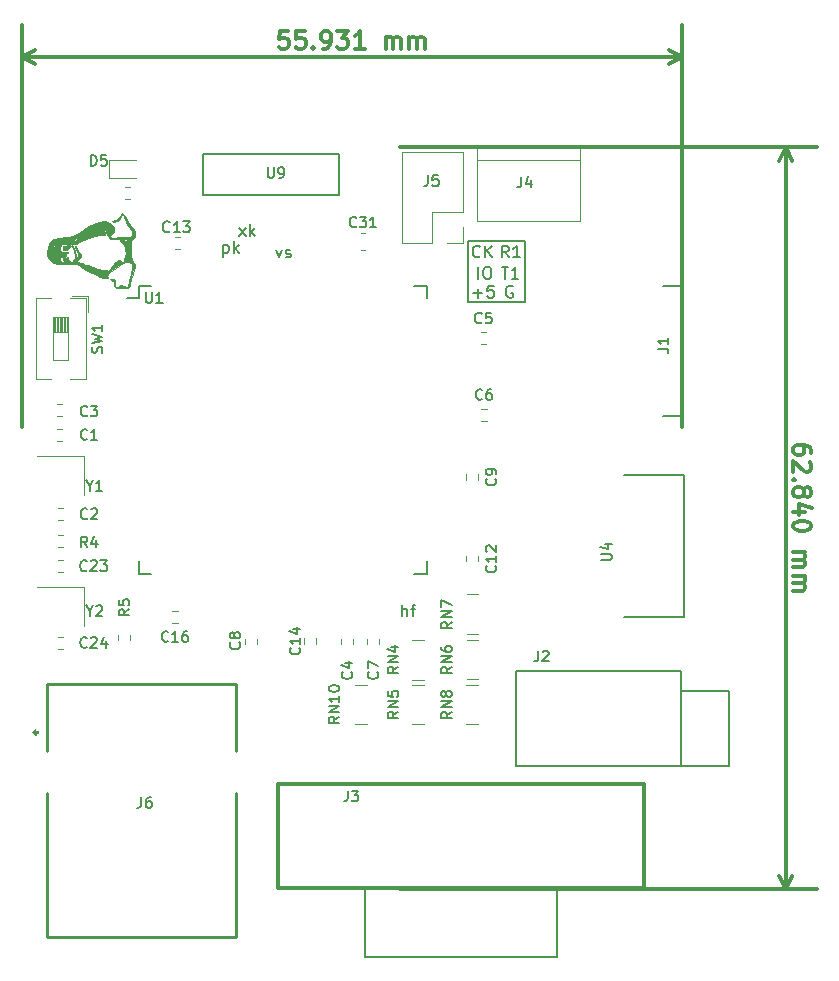
<source format=gto>
G04 #@! TF.FileFunction,Legend,Top*
%FSLAX46Y46*%
G04 Gerber Fmt 4.6, Leading zero omitted, Abs format (unit mm)*
G04 Created by KiCad (PCBNEW 4.0.7-e2-6376~58~ubuntu16.04.1) date Fri Jan 26 09:39:30 2018*
%MOMM*%
%LPD*%
G01*
G04 APERTURE LIST*
%ADD10C,0.100000*%
%ADD11C,0.200000*%
%ADD12C,0.160000*%
%ADD13C,0.300000*%
%ADD14C,0.150000*%
%ADD15C,0.120000*%
%ADD16C,0.254000*%
%ADD17C,0.010000*%
G04 APERTURE END LIST*
D10*
D11*
X83000000Y-84400000D02*
X83000000Y-79300000D01*
X87800000Y-84400000D02*
X83000000Y-84400000D01*
X87800000Y-79300000D02*
X87800000Y-84400000D01*
X83000000Y-79300000D02*
X87800000Y-79300000D01*
D12*
X77400000Y-111052381D02*
X77400000Y-110052381D01*
X77828572Y-111052381D02*
X77828572Y-110528571D01*
X77780953Y-110433333D01*
X77685715Y-110385714D01*
X77542857Y-110385714D01*
X77447619Y-110433333D01*
X77400000Y-110480952D01*
X78161905Y-110385714D02*
X78542857Y-110385714D01*
X78304762Y-111052381D02*
X78304762Y-110195238D01*
X78352381Y-110100000D01*
X78447619Y-110052381D01*
X78542857Y-110052381D01*
X62280952Y-79585714D02*
X62280952Y-80585714D01*
X62280952Y-79633333D02*
X62376190Y-79585714D01*
X62566667Y-79585714D01*
X62661905Y-79633333D01*
X62709524Y-79680952D01*
X62757143Y-79776190D01*
X62757143Y-80061905D01*
X62709524Y-80157143D01*
X62661905Y-80204762D01*
X62566667Y-80252381D01*
X62376190Y-80252381D01*
X62280952Y-80204762D01*
X63185714Y-80252381D02*
X63185714Y-79252381D01*
X63280952Y-79871429D02*
X63566667Y-80252381D01*
X63566667Y-79585714D02*
X63185714Y-79966667D01*
X63633333Y-78852381D02*
X64157143Y-78185714D01*
X63633333Y-78185714D02*
X64157143Y-78852381D01*
X64538095Y-78852381D02*
X64538095Y-77852381D01*
X64633333Y-78471429D02*
X64919048Y-78852381D01*
X64919048Y-78185714D02*
X64538095Y-78566667D01*
X66757143Y-79985714D02*
X66995238Y-80652381D01*
X67233334Y-79985714D01*
X67566667Y-80604762D02*
X67661905Y-80652381D01*
X67852381Y-80652381D01*
X67947620Y-80604762D01*
X67995239Y-80509524D01*
X67995239Y-80461905D01*
X67947620Y-80366667D01*
X67852381Y-80319048D01*
X67709524Y-80319048D01*
X67614286Y-80271429D01*
X67566667Y-80176190D01*
X67566667Y-80128571D01*
X67614286Y-80033333D01*
X67709524Y-79985714D01*
X67852381Y-79985714D01*
X67947620Y-80033333D01*
D11*
X86761905Y-83100000D02*
X86666667Y-83052381D01*
X86523810Y-83052381D01*
X86380952Y-83100000D01*
X86285714Y-83195238D01*
X86238095Y-83290476D01*
X86190476Y-83480952D01*
X86190476Y-83623810D01*
X86238095Y-83814286D01*
X86285714Y-83909524D01*
X86380952Y-84004762D01*
X86523810Y-84052381D01*
X86619048Y-84052381D01*
X86761905Y-84004762D01*
X86809524Y-83957143D01*
X86809524Y-83623810D01*
X86619048Y-83623810D01*
X86433334Y-80652381D02*
X86100000Y-80176190D01*
X85861905Y-80652381D02*
X85861905Y-79652381D01*
X86242858Y-79652381D01*
X86338096Y-79700000D01*
X86385715Y-79747619D01*
X86433334Y-79842857D01*
X86433334Y-79985714D01*
X86385715Y-80080952D01*
X86338096Y-80128571D01*
X86242858Y-80176190D01*
X85861905Y-80176190D01*
X87385715Y-80652381D02*
X86814286Y-80652381D01*
X87100000Y-80652381D02*
X87100000Y-79652381D01*
X87004762Y-79795238D01*
X86909524Y-79890476D01*
X86814286Y-79938095D01*
X85838095Y-81452381D02*
X86409524Y-81452381D01*
X86123809Y-82452381D02*
X86123809Y-81452381D01*
X87266667Y-82452381D02*
X86695238Y-82452381D01*
X86980952Y-82452381D02*
X86980952Y-81452381D01*
X86885714Y-81595238D01*
X86790476Y-81690476D01*
X86695238Y-81738095D01*
X83442857Y-83671429D02*
X84204762Y-83671429D01*
X83823810Y-84052381D02*
X83823810Y-83290476D01*
X85157143Y-83052381D02*
X84680952Y-83052381D01*
X84633333Y-83528571D01*
X84680952Y-83480952D01*
X84776190Y-83433333D01*
X85014286Y-83433333D01*
X85109524Y-83480952D01*
X85157143Y-83528571D01*
X85204762Y-83623810D01*
X85204762Y-83861905D01*
X85157143Y-83957143D01*
X85109524Y-84004762D01*
X85014286Y-84052381D01*
X84776190Y-84052381D01*
X84680952Y-84004762D01*
X84633333Y-83957143D01*
X83876191Y-82452381D02*
X83876191Y-81452381D01*
X84542857Y-81452381D02*
X84733334Y-81452381D01*
X84828572Y-81500000D01*
X84923810Y-81595238D01*
X84971429Y-81785714D01*
X84971429Y-82119048D01*
X84923810Y-82309524D01*
X84828572Y-82404762D01*
X84733334Y-82452381D01*
X84542857Y-82452381D01*
X84447619Y-82404762D01*
X84352381Y-82309524D01*
X84304762Y-82119048D01*
X84304762Y-81785714D01*
X84352381Y-81595238D01*
X84447619Y-81500000D01*
X84542857Y-81452381D01*
X84009524Y-80557143D02*
X83961905Y-80604762D01*
X83819048Y-80652381D01*
X83723810Y-80652381D01*
X83580952Y-80604762D01*
X83485714Y-80509524D01*
X83438095Y-80414286D01*
X83390476Y-80223810D01*
X83390476Y-80080952D01*
X83438095Y-79890476D01*
X83485714Y-79795238D01*
X83580952Y-79700000D01*
X83723810Y-79652381D01*
X83819048Y-79652381D01*
X83961905Y-79700000D01*
X84009524Y-79747619D01*
X84438095Y-80652381D02*
X84438095Y-79652381D01*
X85009524Y-80652381D02*
X84580952Y-80080952D01*
X85009524Y-79652381D02*
X84438095Y-80223810D01*
D13*
X112051829Y-97243001D02*
X112051829Y-96957287D01*
X111980400Y-96814430D01*
X111908971Y-96743001D01*
X111694686Y-96600144D01*
X111408971Y-96528715D01*
X110837543Y-96528715D01*
X110694686Y-96600144D01*
X110623257Y-96671572D01*
X110551829Y-96814430D01*
X110551829Y-97100144D01*
X110623257Y-97243001D01*
X110694686Y-97314430D01*
X110837543Y-97385858D01*
X111194686Y-97385858D01*
X111337543Y-97314430D01*
X111408971Y-97243001D01*
X111480400Y-97100144D01*
X111480400Y-96814430D01*
X111408971Y-96671572D01*
X111337543Y-96600144D01*
X111194686Y-96528715D01*
X111908971Y-97957286D02*
X111980400Y-98028715D01*
X112051829Y-98171572D01*
X112051829Y-98528715D01*
X111980400Y-98671572D01*
X111908971Y-98743001D01*
X111766114Y-98814429D01*
X111623257Y-98814429D01*
X111408971Y-98743001D01*
X110551829Y-97885858D01*
X110551829Y-98814429D01*
X110694686Y-99457286D02*
X110623257Y-99528714D01*
X110551829Y-99457286D01*
X110623257Y-99385857D01*
X110694686Y-99457286D01*
X110551829Y-99457286D01*
X111408971Y-100385858D02*
X111480400Y-100243000D01*
X111551829Y-100171572D01*
X111694686Y-100100143D01*
X111766114Y-100100143D01*
X111908971Y-100171572D01*
X111980400Y-100243000D01*
X112051829Y-100385858D01*
X112051829Y-100671572D01*
X111980400Y-100814429D01*
X111908971Y-100885858D01*
X111766114Y-100957286D01*
X111694686Y-100957286D01*
X111551829Y-100885858D01*
X111480400Y-100814429D01*
X111408971Y-100671572D01*
X111408971Y-100385858D01*
X111337543Y-100243000D01*
X111266114Y-100171572D01*
X111123257Y-100100143D01*
X110837543Y-100100143D01*
X110694686Y-100171572D01*
X110623257Y-100243000D01*
X110551829Y-100385858D01*
X110551829Y-100671572D01*
X110623257Y-100814429D01*
X110694686Y-100885858D01*
X110837543Y-100957286D01*
X111123257Y-100957286D01*
X111266114Y-100885858D01*
X111337543Y-100814429D01*
X111408971Y-100671572D01*
X111551829Y-102243000D02*
X110551829Y-102243000D01*
X112123257Y-101885857D02*
X111051829Y-101528714D01*
X111051829Y-102457286D01*
X112051829Y-103314428D02*
X112051829Y-103457285D01*
X111980400Y-103600142D01*
X111908971Y-103671571D01*
X111766114Y-103743000D01*
X111480400Y-103814428D01*
X111123257Y-103814428D01*
X110837543Y-103743000D01*
X110694686Y-103671571D01*
X110623257Y-103600142D01*
X110551829Y-103457285D01*
X110551829Y-103314428D01*
X110623257Y-103171571D01*
X110694686Y-103100142D01*
X110837543Y-103028714D01*
X111123257Y-102957285D01*
X111480400Y-102957285D01*
X111766114Y-103028714D01*
X111908971Y-103100142D01*
X111980400Y-103171571D01*
X112051829Y-103314428D01*
X110551829Y-105600142D02*
X111551829Y-105600142D01*
X111408971Y-105600142D02*
X111480400Y-105671570D01*
X111551829Y-105814428D01*
X111551829Y-106028713D01*
X111480400Y-106171570D01*
X111337543Y-106242999D01*
X110551829Y-106242999D01*
X111337543Y-106242999D02*
X111480400Y-106314428D01*
X111551829Y-106457285D01*
X111551829Y-106671570D01*
X111480400Y-106814428D01*
X111337543Y-106885856D01*
X110551829Y-106885856D01*
X110551829Y-107600142D02*
X111551829Y-107600142D01*
X111408971Y-107600142D02*
X111480400Y-107671570D01*
X111551829Y-107814428D01*
X111551829Y-108028713D01*
X111480400Y-108171570D01*
X111337543Y-108242999D01*
X110551829Y-108242999D01*
X111337543Y-108242999D02*
X111480400Y-108314428D01*
X111551829Y-108457285D01*
X111551829Y-108671570D01*
X111480400Y-108814428D01*
X111337543Y-108885856D01*
X110551829Y-108885856D01*
X109880400Y-71323200D02*
X109880400Y-134162800D01*
X77216000Y-71323200D02*
X112580400Y-71323200D01*
X77216000Y-134162800D02*
X112580400Y-134162800D01*
X109880400Y-134162800D02*
X109293979Y-133036296D01*
X109880400Y-134162800D02*
X110466821Y-133036296D01*
X109880400Y-71323200D02*
X109293979Y-72449704D01*
X109880400Y-71323200D02*
X110466821Y-72449704D01*
X67748830Y-61480971D02*
X67034544Y-61480971D01*
X66963115Y-62195257D01*
X67034544Y-62123829D01*
X67177401Y-62052400D01*
X67534544Y-62052400D01*
X67677401Y-62123829D01*
X67748830Y-62195257D01*
X67820258Y-62338114D01*
X67820258Y-62695257D01*
X67748830Y-62838114D01*
X67677401Y-62909543D01*
X67534544Y-62980971D01*
X67177401Y-62980971D01*
X67034544Y-62909543D01*
X66963115Y-62838114D01*
X69177401Y-61480971D02*
X68463115Y-61480971D01*
X68391686Y-62195257D01*
X68463115Y-62123829D01*
X68605972Y-62052400D01*
X68963115Y-62052400D01*
X69105972Y-62123829D01*
X69177401Y-62195257D01*
X69248829Y-62338114D01*
X69248829Y-62695257D01*
X69177401Y-62838114D01*
X69105972Y-62909543D01*
X68963115Y-62980971D01*
X68605972Y-62980971D01*
X68463115Y-62909543D01*
X68391686Y-62838114D01*
X69891686Y-62838114D02*
X69963114Y-62909543D01*
X69891686Y-62980971D01*
X69820257Y-62909543D01*
X69891686Y-62838114D01*
X69891686Y-62980971D01*
X70677400Y-62980971D02*
X70963115Y-62980971D01*
X71105972Y-62909543D01*
X71177400Y-62838114D01*
X71320258Y-62623829D01*
X71391686Y-62338114D01*
X71391686Y-61766686D01*
X71320258Y-61623829D01*
X71248829Y-61552400D01*
X71105972Y-61480971D01*
X70820258Y-61480971D01*
X70677400Y-61552400D01*
X70605972Y-61623829D01*
X70534543Y-61766686D01*
X70534543Y-62123829D01*
X70605972Y-62266686D01*
X70677400Y-62338114D01*
X70820258Y-62409543D01*
X71105972Y-62409543D01*
X71248829Y-62338114D01*
X71320258Y-62266686D01*
X71391686Y-62123829D01*
X71891686Y-61480971D02*
X72820257Y-61480971D01*
X72320257Y-62052400D01*
X72534543Y-62052400D01*
X72677400Y-62123829D01*
X72748829Y-62195257D01*
X72820257Y-62338114D01*
X72820257Y-62695257D01*
X72748829Y-62838114D01*
X72677400Y-62909543D01*
X72534543Y-62980971D01*
X72105971Y-62980971D01*
X71963114Y-62909543D01*
X71891686Y-62838114D01*
X74248828Y-62980971D02*
X73391685Y-62980971D01*
X73820257Y-62980971D02*
X73820257Y-61480971D01*
X73677400Y-61695257D01*
X73534542Y-61838114D01*
X73391685Y-61909543D01*
X76034542Y-62980971D02*
X76034542Y-61980971D01*
X76034542Y-62123829D02*
X76105970Y-62052400D01*
X76248828Y-61980971D01*
X76463113Y-61980971D01*
X76605970Y-62052400D01*
X76677399Y-62195257D01*
X76677399Y-62980971D01*
X76677399Y-62195257D02*
X76748828Y-62052400D01*
X76891685Y-61980971D01*
X77105970Y-61980971D01*
X77248828Y-62052400D01*
X77320256Y-62195257D01*
X77320256Y-62980971D01*
X78034542Y-62980971D02*
X78034542Y-61980971D01*
X78034542Y-62123829D02*
X78105970Y-62052400D01*
X78248828Y-61980971D01*
X78463113Y-61980971D01*
X78605970Y-62052400D01*
X78677399Y-62195257D01*
X78677399Y-62980971D01*
X78677399Y-62195257D02*
X78748828Y-62052400D01*
X78891685Y-61980971D01*
X79105970Y-61980971D01*
X79248828Y-62052400D01*
X79320256Y-62195257D01*
X79320256Y-62980971D01*
X45212000Y-63652400D02*
X101142800Y-63652400D01*
X45212000Y-94996000D02*
X45212000Y-60952400D01*
X101142800Y-94996000D02*
X101142800Y-60952400D01*
X101142800Y-63652400D02*
X100016296Y-64238821D01*
X101142800Y-63652400D02*
X100016296Y-63065979D01*
X45212000Y-63652400D02*
X46338504Y-64238821D01*
X45212000Y-63652400D02*
X46338504Y-63065979D01*
D14*
X101042400Y-83083200D02*
X101042400Y-94083200D01*
X99542400Y-83083200D02*
X101042400Y-83083200D01*
X99542400Y-94083200D02*
X101042400Y-94083200D01*
D15*
X92450000Y-71170000D02*
X83750000Y-71170000D01*
X92450000Y-77580000D02*
X83750000Y-77580000D01*
X83750000Y-77580000D02*
X83750000Y-71170000D01*
X83750000Y-72400000D02*
X92450000Y-72400000D01*
X92450000Y-71170000D02*
X92450000Y-77580000D01*
D16*
X63372000Y-125965000D02*
X63372000Y-138176000D01*
X63372000Y-138176000D02*
X47372000Y-138176000D01*
X47372000Y-138176000D02*
X47372000Y-125965000D01*
X47372000Y-116776000D02*
X63372000Y-116776000D01*
X63372000Y-116776000D02*
X63372000Y-122447000D01*
X47372000Y-116776000D02*
X47372000Y-122447000D01*
X46561000Y-120883000D02*
G75*
G03X46561000Y-120883000I-168000J0D01*
G01*
D14*
X72050800Y-71860400D02*
X60550800Y-71860400D01*
X72050800Y-72860400D02*
X72050800Y-71860400D01*
X60550800Y-75360400D02*
X60550800Y-71860400D01*
X72050800Y-72860400D02*
X72050800Y-75360400D01*
X72050800Y-75360400D02*
X60550800Y-75360400D01*
X96243800Y-111063800D02*
X101243800Y-111063800D01*
X101243800Y-111063800D02*
X101243800Y-99063800D01*
X101243800Y-99063800D02*
X96243800Y-99063800D01*
X105129620Y-123749240D02*
X101029620Y-123749240D01*
X105129620Y-117349240D02*
X105129620Y-123749240D01*
X101029620Y-117349240D02*
X105129620Y-117349240D01*
X87029620Y-123749240D02*
X101029620Y-123749240D01*
X87029620Y-115649240D02*
X87029620Y-123749240D01*
X101029620Y-115649240D02*
X87029620Y-115649240D01*
X101029620Y-123749240D02*
X101029620Y-115649240D01*
X74243800Y-139860000D02*
X74243800Y-134060000D01*
X90543800Y-139860000D02*
X74243800Y-139860000D01*
X90543800Y-134060000D02*
X90543800Y-139860000D01*
D13*
X97893800Y-125210000D02*
X97893800Y-134060000D01*
X97893800Y-125210000D02*
X66893800Y-125210000D01*
X66893800Y-134060000D02*
X66893800Y-125210000D01*
X97893800Y-134060000D02*
X66893800Y-134060000D01*
D14*
X55135000Y-83075000D02*
X55135000Y-84050000D01*
X79485000Y-83075000D02*
X79485000Y-84125000D01*
X79485000Y-107425000D02*
X79485000Y-106375000D01*
X55135000Y-107425000D02*
X55135000Y-106375000D01*
X55135000Y-83075000D02*
X56185000Y-83075000D01*
X55135000Y-107425000D02*
X56185000Y-107425000D01*
X79485000Y-107425000D02*
X78435000Y-107425000D01*
X79485000Y-83075000D02*
X78435000Y-83075000D01*
X55135000Y-84050000D02*
X54130000Y-84050000D01*
D15*
X48217500Y-95190000D02*
X48657500Y-95190000D01*
X48217500Y-96210000D02*
X48657500Y-96210000D01*
X48682500Y-102910000D02*
X48242500Y-102910000D01*
X48682500Y-101890000D02*
X48242500Y-101890000D01*
X48657500Y-94110000D02*
X48217500Y-94110000D01*
X48657500Y-93090000D02*
X48217500Y-93090000D01*
X73281000Y-112937000D02*
X73281000Y-113377000D01*
X72261000Y-112937000D02*
X72261000Y-113377000D01*
X84067400Y-86967600D02*
X84507400Y-86967600D01*
X84067400Y-87987600D02*
X84507400Y-87987600D01*
X84133400Y-93444600D02*
X84573400Y-93444600D01*
X84133400Y-94464600D02*
X84573400Y-94464600D01*
X75440000Y-112937000D02*
X75440000Y-113377000D01*
X74420000Y-112937000D02*
X74420000Y-113377000D01*
X65127600Y-112926800D02*
X65127600Y-113366800D01*
X64107600Y-112926800D02*
X64107600Y-113366800D01*
X83847400Y-99017800D02*
X83847400Y-99457800D01*
X82827400Y-99017800D02*
X82827400Y-99457800D01*
X83847400Y-105952000D02*
X83847400Y-106392000D01*
X82827400Y-105952000D02*
X82827400Y-106392000D01*
X58614600Y-79961200D02*
X58174600Y-79961200D01*
X58614600Y-78941200D02*
X58174600Y-78941200D01*
X70106000Y-112911600D02*
X70106000Y-113351600D01*
X69086000Y-112911600D02*
X69086000Y-113351600D01*
X58411400Y-111635000D02*
X57971400Y-111635000D01*
X58411400Y-110615000D02*
X57971400Y-110615000D01*
X48682500Y-107310000D02*
X48242500Y-107310000D01*
X48682500Y-106290000D02*
X48242500Y-106290000D01*
X48294000Y-112774000D02*
X48734000Y-112774000D01*
X48294000Y-113794000D02*
X48734000Y-113794000D01*
X73950000Y-78590000D02*
X74250000Y-78590000D01*
X73950000Y-80010000D02*
X74250000Y-80010000D01*
X54900000Y-72440000D02*
X52630000Y-72440000D01*
X52630000Y-72440000D02*
X52630000Y-73960000D01*
X52630000Y-73960000D02*
X54900000Y-73960000D01*
X82570000Y-71690000D02*
X77370000Y-71690000D01*
X82570000Y-76830000D02*
X82570000Y-71690000D01*
X77370000Y-79430000D02*
X77370000Y-71690000D01*
X82570000Y-76830000D02*
X79970000Y-76830000D01*
X79970000Y-76830000D02*
X79970000Y-79430000D01*
X79970000Y-79430000D02*
X77370000Y-79430000D01*
X82570000Y-78100000D02*
X82570000Y-79430000D01*
X82570000Y-79430000D02*
X81240000Y-79430000D01*
X48682500Y-105210000D02*
X48242500Y-105210000D01*
X48682500Y-104190000D02*
X48242500Y-104190000D01*
X53363400Y-113021400D02*
X53363400Y-112581400D01*
X54383400Y-113021400D02*
X54383400Y-112581400D01*
X53917500Y-74690000D02*
X54357500Y-74690000D01*
X53917500Y-75710000D02*
X54357500Y-75710000D01*
X78290800Y-113051800D02*
X79290800Y-113051800D01*
X78290800Y-116411800D02*
X79290800Y-116411800D01*
X79290800Y-120171000D02*
X78290800Y-120171000D01*
X79290800Y-116811000D02*
X78290800Y-116811000D01*
X83873800Y-116367200D02*
X82873800Y-116367200D01*
X83873800Y-113007200D02*
X82873800Y-113007200D01*
X83877200Y-112531800D02*
X82877200Y-112531800D01*
X83877200Y-109171800D02*
X82877200Y-109171800D01*
X83862800Y-120196400D02*
X82862800Y-120196400D01*
X83862800Y-116836400D02*
X82862800Y-116836400D01*
X74403000Y-120190000D02*
X73403000Y-120190000D01*
X74403000Y-116830000D02*
X73403000Y-116830000D01*
X50610000Y-84125000D02*
X50610000Y-90945000D01*
X46390000Y-84125000D02*
X46390000Y-90945000D01*
X50610000Y-84125000D02*
X49300000Y-84125000D01*
X47700000Y-84125000D02*
X46390000Y-84125000D01*
X50610000Y-90945000D02*
X49300000Y-90945000D01*
X47700000Y-90945000D02*
X46390000Y-90945000D01*
X50850000Y-83885000D02*
X50850000Y-85268000D01*
X50850000Y-83885000D02*
X49467000Y-83885000D01*
X49135000Y-85725000D02*
X47865000Y-85725000D01*
X47865000Y-85725000D02*
X47865000Y-89345000D01*
X47865000Y-89345000D02*
X49135000Y-89345000D01*
X49135000Y-89345000D02*
X49135000Y-85725000D01*
X49015000Y-85725000D02*
X49015000Y-86931667D01*
X48895000Y-85725000D02*
X48895000Y-86931667D01*
X48775000Y-85725000D02*
X48775000Y-86931667D01*
X48655000Y-85725000D02*
X48655000Y-86931667D01*
X48535000Y-85725000D02*
X48535000Y-86931667D01*
X48415000Y-85725000D02*
X48415000Y-86931667D01*
X48295000Y-85725000D02*
X48295000Y-86931667D01*
X48175000Y-85725000D02*
X48175000Y-86931667D01*
X48055000Y-85725000D02*
X48055000Y-86931667D01*
X47935000Y-85725000D02*
X47935000Y-86931667D01*
X49135000Y-86931667D02*
X47865000Y-86931667D01*
X50500000Y-100800000D02*
X50500000Y-97500000D01*
X50500000Y-97500000D02*
X46500000Y-97500000D01*
X50500000Y-111850000D02*
X50500000Y-108550000D01*
X50500000Y-108550000D02*
X46500000Y-108550000D01*
D17*
G36*
X47402477Y-79883932D02*
X47489036Y-79620485D01*
X47625227Y-79387348D01*
X47808027Y-79201321D01*
X47933508Y-79121993D01*
X48091469Y-79065480D01*
X48316869Y-79019425D01*
X48511497Y-78994827D01*
X48829680Y-78961670D01*
X49079237Y-78930895D01*
X49275990Y-78898794D01*
X49435762Y-78861655D01*
X49574372Y-78815769D01*
X49707643Y-78757425D01*
X49851397Y-78682913D01*
X49858810Y-78678878D01*
X50065212Y-78558069D01*
X50290662Y-78413256D01*
X50490900Y-78273040D01*
X50515482Y-78254584D01*
X50906328Y-77996864D01*
X51316313Y-77799019D01*
X51730225Y-77666772D01*
X52132849Y-77605847D01*
X52249081Y-77602333D01*
X52467453Y-77634050D01*
X52661265Y-77733795D01*
X52841979Y-77908461D01*
X52914278Y-78002398D01*
X53022417Y-78198351D01*
X53049189Y-78373366D01*
X52994598Y-78529884D01*
X52915856Y-78622516D01*
X52820698Y-78699244D01*
X52742280Y-78742093D01*
X52725356Y-78745333D01*
X52675167Y-78774450D01*
X52670397Y-78841696D01*
X52706411Y-78916914D01*
X52758512Y-78961021D01*
X52858374Y-78987399D01*
X53018256Y-78987478D01*
X53150096Y-78974884D01*
X53326574Y-78960475D01*
X53551374Y-78951273D01*
X53788246Y-78948474D01*
X53904755Y-78949960D01*
X54107488Y-78953583D01*
X54244197Y-78951140D01*
X54333477Y-78939480D01*
X54393920Y-78915449D01*
X54444120Y-78875894D01*
X54465672Y-78854844D01*
X54555276Y-78725739D01*
X54576717Y-78579490D01*
X54528801Y-78407835D01*
X54410333Y-78202510D01*
X54361444Y-78133908D01*
X54247383Y-77963361D01*
X54143288Y-77780122D01*
X54070181Y-77621476D01*
X54065790Y-77609539D01*
X53979131Y-77380839D01*
X53906175Y-77223656D01*
X53840182Y-77127342D01*
X53774412Y-77081252D01*
X53726208Y-77073167D01*
X53622354Y-77110038D01*
X53573480Y-77179000D01*
X53494962Y-77346545D01*
X53436348Y-77453897D01*
X53382929Y-77518134D01*
X53319997Y-77556332D01*
X53232841Y-77585567D01*
X53220095Y-77589273D01*
X53087609Y-77615681D01*
X52968358Y-77619779D01*
X52883556Y-77603556D01*
X52854419Y-77568999D01*
X52859624Y-77555484D01*
X52914453Y-77528705D01*
X53012479Y-77517667D01*
X53072185Y-77512348D01*
X53130535Y-77490042D01*
X53198764Y-77441222D01*
X53288105Y-77356366D01*
X53409793Y-77225946D01*
X53574199Y-77041417D01*
X53652832Y-76964594D01*
X53713511Y-76926052D01*
X53720254Y-76925000D01*
X53794564Y-76963324D01*
X53892715Y-77073044D01*
X54008812Y-77246284D01*
X54136963Y-77475165D01*
X54148349Y-77497179D01*
X54261731Y-77695911D01*
X54398032Y-77903277D01*
X54531322Y-78080338D01*
X54556379Y-78109884D01*
X54675955Y-78253300D01*
X54747401Y-78361318D01*
X54782571Y-78458288D01*
X54793319Y-78568564D01*
X54793583Y-78597167D01*
X54789051Y-78768344D01*
X54768350Y-78883874D01*
X54720821Y-78972594D01*
X54635808Y-79063343D01*
X54613667Y-79084000D01*
X54444333Y-79240328D01*
X54445263Y-79955914D01*
X54447358Y-80246501D01*
X54455350Y-80469222D01*
X54473081Y-80640850D01*
X54504396Y-80778162D01*
X54553139Y-80897933D01*
X54623152Y-81016936D01*
X54718281Y-81151948D01*
X54719794Y-81154011D01*
X54785789Y-81253721D01*
X54815413Y-81340029D01*
X54809552Y-81439100D01*
X54769086Y-81577101D01*
X54737087Y-81666333D01*
X54590215Y-82090334D01*
X54470589Y-82494117D01*
X54391469Y-82805627D01*
X54336277Y-83009655D01*
X54282613Y-83158712D01*
X54235327Y-83239833D01*
X54226224Y-83247298D01*
X54138491Y-83267221D01*
X53991568Y-83249784D01*
X53924599Y-83234930D01*
X53752610Y-83203645D01*
X53605345Y-83206397D01*
X53475236Y-83231571D01*
X53338161Y-83259367D01*
X53249056Y-83259166D01*
X53175419Y-83229290D01*
X53152444Y-83214920D01*
X53087192Y-83158006D01*
X53055939Y-83079940D01*
X53047377Y-82950645D01*
X53047333Y-82935358D01*
X53020534Y-82743794D01*
X52937387Y-82612781D01*
X52793766Y-82536227D01*
X52773243Y-82530654D01*
X52683289Y-82492379D01*
X52670195Y-82455167D01*
X52727916Y-82437253D01*
X52801704Y-82444824D01*
X52965988Y-82490814D01*
X53066156Y-82560817D01*
X53116637Y-82673572D01*
X53131858Y-82847818D01*
X53132000Y-82873809D01*
X53139168Y-83037691D01*
X53170064Y-83127706D01*
X53238776Y-83153013D01*
X53359390Y-83122774D01*
X53456029Y-83084500D01*
X53654277Y-83028106D01*
X53828711Y-83042210D01*
X53973735Y-83108640D01*
X54076989Y-83157629D01*
X54146173Y-83163881D01*
X54154227Y-83158706D01*
X54178369Y-83104106D01*
X54216724Y-82982085D01*
X54265535Y-82807963D01*
X54321048Y-82597058D01*
X54379507Y-82364689D01*
X54437157Y-82126173D01*
X54490244Y-81896829D01*
X54535011Y-81691975D01*
X54567703Y-81526930D01*
X54584566Y-81417012D01*
X54585962Y-81397563D01*
X54555457Y-81232951D01*
X54457111Y-81113091D01*
X54298786Y-81044817D01*
X54164704Y-81031333D01*
X54070119Y-81035337D01*
X53980533Y-81051540D01*
X53883252Y-81086229D01*
X53765584Y-81145689D01*
X53614834Y-81236209D01*
X53418309Y-81364073D01*
X53208922Y-81504699D01*
X52911912Y-81715021D01*
X52689473Y-81893667D01*
X52542366Y-82039912D01*
X52471352Y-82153029D01*
X52467165Y-82211551D01*
X52496937Y-82329094D01*
X52488731Y-82388207D01*
X52427997Y-82411821D01*
X52334662Y-82420360D01*
X52211768Y-82417172D01*
X52078241Y-82384754D01*
X51913986Y-82318128D01*
X51913986Y-82051058D01*
X52071453Y-82043787D01*
X52226641Y-81993209D01*
X52388206Y-81893696D01*
X52564804Y-81739618D01*
X52765091Y-81525347D01*
X52997724Y-81245253D01*
X53061405Y-81164978D01*
X53172186Y-81033875D01*
X53274808Y-80928855D01*
X53350330Y-80868949D01*
X53361209Y-80863793D01*
X53446930Y-80855999D01*
X53545543Y-80875564D01*
X53620966Y-80912277D01*
X53640648Y-80942879D01*
X53661129Y-80996440D01*
X53678191Y-81026080D01*
X53713851Y-81050975D01*
X53776498Y-81033581D01*
X53883554Y-80968268D01*
X53907420Y-80951997D01*
X54073385Y-80860053D01*
X54221115Y-80819268D01*
X54240294Y-80818320D01*
X54331571Y-80814597D01*
X54348392Y-80797993D01*
X54300960Y-80756565D01*
X54296167Y-80752933D01*
X54173847Y-80709044D01*
X54105667Y-80715244D01*
X53991682Y-80762934D01*
X53925490Y-80808594D01*
X53854660Y-80856517D01*
X53827774Y-80842182D01*
X53847278Y-80777133D01*
X53900855Y-80692347D01*
X53954966Y-80604813D01*
X53984461Y-80508601D01*
X53995500Y-80375243D01*
X53995680Y-80254054D01*
X53977717Y-79984612D01*
X53926001Y-79770615D01*
X53831276Y-79586461D01*
X53692325Y-79415099D01*
X53593005Y-79304659D01*
X53547305Y-79238416D01*
X53547982Y-79201713D01*
X53577850Y-79183457D01*
X53663483Y-79176222D01*
X53788745Y-79192471D01*
X53837635Y-79203966D01*
X53990526Y-79235768D01*
X54135316Y-79250791D01*
X54249865Y-79248466D01*
X54312036Y-79228224D01*
X54317333Y-79216292D01*
X54291135Y-79183547D01*
X54208464Y-79156104D01*
X54063208Y-79133162D01*
X53849254Y-79113917D01*
X53560488Y-79097568D01*
X53345152Y-79088680D01*
X52648138Y-79062833D01*
X52583152Y-78940927D01*
X52544582Y-78851015D01*
X52555735Y-78807752D01*
X52571083Y-78799816D01*
X52620259Y-78754184D01*
X52624000Y-78736622D01*
X52600890Y-78718284D01*
X52565977Y-78740788D01*
X52504952Y-78762687D01*
X52426503Y-78722566D01*
X52409484Y-78709206D01*
X52336019Y-78600129D01*
X52306399Y-78443318D01*
X52323985Y-78265395D01*
X52344615Y-78195332D01*
X52365858Y-78124342D01*
X52347480Y-78120638D01*
X52312606Y-78147599D01*
X52255380Y-78222348D01*
X52243000Y-78268395D01*
X52227421Y-78306628D01*
X52167079Y-78310962D01*
X52084250Y-78294961D01*
X51734971Y-78256141D01*
X51394241Y-78300298D01*
X51140328Y-78391471D01*
X50997955Y-78466326D01*
X50853151Y-78555843D01*
X50722155Y-78648041D01*
X50621205Y-78730939D01*
X50566537Y-78792557D01*
X50564344Y-78816455D01*
X50605845Y-78804568D01*
X50694379Y-78755476D01*
X50774405Y-78704032D01*
X51075584Y-78528025D01*
X51372815Y-78405555D01*
X51653278Y-78339806D01*
X51904159Y-78333967D01*
X52084375Y-78378402D01*
X52188180Y-78431279D01*
X52233355Y-78492651D01*
X52243000Y-78588787D01*
X52243000Y-78732894D01*
X51836347Y-78757155D01*
X51629224Y-78773075D01*
X51471467Y-78797881D01*
X51327780Y-78840742D01*
X51162862Y-78910825D01*
X51063764Y-78957806D01*
X50867292Y-79047820D01*
X50664030Y-79133310D01*
X50489239Y-79199655D01*
X50443833Y-79214850D01*
X50267297Y-79283077D01*
X50089632Y-79370693D01*
X49999333Y-79425473D01*
X49882016Y-79499458D01*
X49787763Y-79533936D01*
X49677539Y-79538050D01*
X49630835Y-79533541D01*
X49630835Y-79252501D01*
X49699088Y-79235961D01*
X49780575Y-79185803D01*
X49848194Y-79108167D01*
X49859216Y-79027330D01*
X49810608Y-78971969D01*
X49803483Y-78969308D01*
X49754451Y-78992230D01*
X49689344Y-79068756D01*
X49667328Y-79103384D01*
X49619336Y-79207645D01*
X49630835Y-79252501D01*
X49630835Y-79533541D01*
X49565013Y-79527184D01*
X49321192Y-79498927D01*
X49257754Y-79661880D01*
X49184970Y-79839032D01*
X49125599Y-79951159D01*
X49067177Y-80013852D01*
X48997241Y-80042700D01*
X48947497Y-80049972D01*
X48800558Y-80037391D01*
X48735965Y-79983703D01*
X48735965Y-79871625D01*
X48769815Y-79853147D01*
X48795857Y-79827857D01*
X48870438Y-79772598D01*
X48912274Y-79757991D01*
X48934220Y-79746619D01*
X48907853Y-79732831D01*
X48821380Y-79727056D01*
X48791437Y-79734845D01*
X48736308Y-79792706D01*
X48729333Y-79826529D01*
X48735965Y-79871625D01*
X48735965Y-79983703D01*
X48713793Y-79965274D01*
X48687000Y-79842306D01*
X48721206Y-79724623D01*
X48820996Y-79657617D01*
X48982129Y-79644082D01*
X48987330Y-79644487D01*
X49095021Y-79635222D01*
X49139921Y-79595012D01*
X49113498Y-79538591D01*
X49067046Y-79506823D01*
X48958965Y-79485239D01*
X48811978Y-79497996D01*
X48660820Y-79537651D01*
X48540221Y-79596761D01*
X48505685Y-79627133D01*
X48435099Y-79754184D01*
X48409810Y-79899276D01*
X48435383Y-80019786D01*
X48515507Y-80101937D01*
X48643598Y-80172898D01*
X48783139Y-80215903D01*
X48871401Y-80219990D01*
X48940843Y-80218830D01*
X48973493Y-80253478D01*
X48982970Y-80344803D01*
X48983333Y-80391527D01*
X48975692Y-80467550D01*
X48937807Y-80509048D01*
X48847234Y-80533555D01*
X48789782Y-80542745D01*
X48638437Y-80585115D01*
X48515485Y-80654964D01*
X48443192Y-80737531D01*
X48433000Y-80779258D01*
X48460568Y-80836168D01*
X48528293Y-80918458D01*
X48541991Y-80932507D01*
X48620429Y-80998438D01*
X48702486Y-81025867D01*
X48823671Y-81024638D01*
X48861983Y-81021224D01*
X49032124Y-80991646D01*
X49126120Y-80944004D01*
X49140663Y-80880239D01*
X49132075Y-80862931D01*
X49088102Y-80842181D01*
X49025207Y-80883582D01*
X48924589Y-80938143D01*
X48822945Y-80940132D01*
X48802342Y-80930427D01*
X48802342Y-80796658D01*
X48859959Y-80775393D01*
X48923519Y-80726990D01*
X48914220Y-80702341D01*
X48841226Y-80717366D01*
X48781527Y-80759463D01*
X48771667Y-80783352D01*
X48802342Y-80796658D01*
X48802342Y-80930427D01*
X48739919Y-80901020D01*
X48695154Y-80832277D01*
X48708293Y-80745372D01*
X48731021Y-80711800D01*
X48830238Y-80648573D01*
X48952380Y-80660623D01*
X49087653Y-80745140D01*
X49180691Y-80840833D01*
X49275486Y-80943721D01*
X49356050Y-81012892D01*
X49395061Y-81031333D01*
X49455434Y-81002170D01*
X49541518Y-80928926D01*
X49575356Y-80893750D01*
X49659601Y-80780463D01*
X49695852Y-80660652D01*
X49701759Y-80555252D01*
X49687379Y-80403922D01*
X49648358Y-80220375D01*
X49593202Y-80033222D01*
X49530417Y-79871069D01*
X49468509Y-79762526D01*
X49464711Y-79758000D01*
X49411450Y-79677014D01*
X49430267Y-79638408D01*
X49462457Y-79634333D01*
X49508325Y-79672321D01*
X49566868Y-79773522D01*
X49631108Y-79918796D01*
X49694070Y-80089002D01*
X49748778Y-80264999D01*
X49788256Y-80427646D01*
X49805528Y-80557802D01*
X49805741Y-80576250D01*
X49809605Y-80693473D01*
X49822906Y-80765944D01*
X49832667Y-80777333D01*
X49867854Y-80742800D01*
X49919245Y-80656534D01*
X49936557Y-80621662D01*
X49971617Y-80542401D01*
X49985454Y-80477248D01*
X49975028Y-80402823D01*
X49937301Y-80295746D01*
X49874644Y-80145412D01*
X49791658Y-79946996D01*
X49739453Y-79813483D01*
X49714507Y-79732372D01*
X49713295Y-79691160D01*
X49732296Y-79677345D01*
X49742556Y-79676667D01*
X49790006Y-79711971D01*
X49842584Y-79798761D01*
X49850606Y-79816961D01*
X49907573Y-79925415D01*
X49996758Y-80066340D01*
X50082766Y-80187378D01*
X50198768Y-80364065D01*
X50245762Y-80505089D01*
X50223093Y-80624748D01*
X50130107Y-80737343D01*
X50054837Y-80797059D01*
X49954006Y-80873504D01*
X49888561Y-80929647D01*
X49874930Y-80946667D01*
X49909024Y-80981502D01*
X50003549Y-81034236D01*
X50138427Y-81096561D01*
X50293580Y-81160169D01*
X50448931Y-81216751D01*
X50584402Y-81258000D01*
X50667590Y-81274664D01*
X50800256Y-81303882D01*
X50975931Y-81363148D01*
X51163508Y-81441580D01*
X51216088Y-81466552D01*
X51404587Y-81553182D01*
X51568204Y-81611273D01*
X51741675Y-81650514D01*
X51959736Y-81680594D01*
X51999255Y-81685004D01*
X52433500Y-81732493D01*
X52315467Y-81851120D01*
X52243476Y-81915727D01*
X52172658Y-81949543D01*
X52074326Y-81960221D01*
X51923795Y-81955624D01*
X51765675Y-81952709D01*
X51673362Y-81962127D01*
X51652457Y-81981835D01*
X51708559Y-82009789D01*
X51745583Y-82020651D01*
X51913986Y-82051058D01*
X51913986Y-82318128D01*
X51908754Y-82316005D01*
X51829001Y-82278564D01*
X51624920Y-82184438D01*
X51398446Y-82086123D01*
X51198306Y-82004767D01*
X51196737Y-82004163D01*
X51100000Y-81960181D01*
X51100000Y-81774914D01*
X51116802Y-81768592D01*
X51075442Y-81722020D01*
X51063560Y-81711387D01*
X50982260Y-81649886D01*
X50926261Y-81624003D01*
X50925977Y-81624000D01*
X50888509Y-81645347D01*
X50906745Y-81689670D01*
X50962417Y-81724923D01*
X51062974Y-81761190D01*
X51100000Y-81774914D01*
X51100000Y-81960181D01*
X51001669Y-81915473D01*
X50788077Y-81797632D01*
X50602122Y-81676112D01*
X50601731Y-81675824D01*
X50430686Y-81552465D01*
X50250152Y-81425525D01*
X50097698Y-81321403D01*
X50090639Y-81316706D01*
X49864444Y-81166514D01*
X49029993Y-81189740D01*
X48678443Y-81196805D01*
X48399192Y-81194573D01*
X48180150Y-81180614D01*
X48009227Y-81152496D01*
X47964231Y-81137584D01*
X47964231Y-79754251D01*
X48003755Y-79751603D01*
X47998287Y-79708608D01*
X47993029Y-79694371D01*
X47969749Y-79599007D01*
X47967333Y-79567371D01*
X47942429Y-79514120D01*
X47884474Y-79518389D01*
X47818601Y-79576191D01*
X47807364Y-79592737D01*
X47778718Y-79658166D01*
X47811757Y-79697539D01*
X47863437Y-79719737D01*
X47964231Y-79754251D01*
X47964231Y-81137584D01*
X47874333Y-81107789D01*
X47763380Y-81044061D01*
X47664277Y-80958882D01*
X47612963Y-80904807D01*
X47470792Y-80688125D01*
X47390334Y-80434552D01*
X47368570Y-80160887D01*
X47402477Y-79883932D01*
X47402477Y-79883932D01*
G37*
X47402477Y-79883932D02*
X47489036Y-79620485D01*
X47625227Y-79387348D01*
X47808027Y-79201321D01*
X47933508Y-79121993D01*
X48091469Y-79065480D01*
X48316869Y-79019425D01*
X48511497Y-78994827D01*
X48829680Y-78961670D01*
X49079237Y-78930895D01*
X49275990Y-78898794D01*
X49435762Y-78861655D01*
X49574372Y-78815769D01*
X49707643Y-78757425D01*
X49851397Y-78682913D01*
X49858810Y-78678878D01*
X50065212Y-78558069D01*
X50290662Y-78413256D01*
X50490900Y-78273040D01*
X50515482Y-78254584D01*
X50906328Y-77996864D01*
X51316313Y-77799019D01*
X51730225Y-77666772D01*
X52132849Y-77605847D01*
X52249081Y-77602333D01*
X52467453Y-77634050D01*
X52661265Y-77733795D01*
X52841979Y-77908461D01*
X52914278Y-78002398D01*
X53022417Y-78198351D01*
X53049189Y-78373366D01*
X52994598Y-78529884D01*
X52915856Y-78622516D01*
X52820698Y-78699244D01*
X52742280Y-78742093D01*
X52725356Y-78745333D01*
X52675167Y-78774450D01*
X52670397Y-78841696D01*
X52706411Y-78916914D01*
X52758512Y-78961021D01*
X52858374Y-78987399D01*
X53018256Y-78987478D01*
X53150096Y-78974884D01*
X53326574Y-78960475D01*
X53551374Y-78951273D01*
X53788246Y-78948474D01*
X53904755Y-78949960D01*
X54107488Y-78953583D01*
X54244197Y-78951140D01*
X54333477Y-78939480D01*
X54393920Y-78915449D01*
X54444120Y-78875894D01*
X54465672Y-78854844D01*
X54555276Y-78725739D01*
X54576717Y-78579490D01*
X54528801Y-78407835D01*
X54410333Y-78202510D01*
X54361444Y-78133908D01*
X54247383Y-77963361D01*
X54143288Y-77780122D01*
X54070181Y-77621476D01*
X54065790Y-77609539D01*
X53979131Y-77380839D01*
X53906175Y-77223656D01*
X53840182Y-77127342D01*
X53774412Y-77081252D01*
X53726208Y-77073167D01*
X53622354Y-77110038D01*
X53573480Y-77179000D01*
X53494962Y-77346545D01*
X53436348Y-77453897D01*
X53382929Y-77518134D01*
X53319997Y-77556332D01*
X53232841Y-77585567D01*
X53220095Y-77589273D01*
X53087609Y-77615681D01*
X52968358Y-77619779D01*
X52883556Y-77603556D01*
X52854419Y-77568999D01*
X52859624Y-77555484D01*
X52914453Y-77528705D01*
X53012479Y-77517667D01*
X53072185Y-77512348D01*
X53130535Y-77490042D01*
X53198764Y-77441222D01*
X53288105Y-77356366D01*
X53409793Y-77225946D01*
X53574199Y-77041417D01*
X53652832Y-76964594D01*
X53713511Y-76926052D01*
X53720254Y-76925000D01*
X53794564Y-76963324D01*
X53892715Y-77073044D01*
X54008812Y-77246284D01*
X54136963Y-77475165D01*
X54148349Y-77497179D01*
X54261731Y-77695911D01*
X54398032Y-77903277D01*
X54531322Y-78080338D01*
X54556379Y-78109884D01*
X54675955Y-78253300D01*
X54747401Y-78361318D01*
X54782571Y-78458288D01*
X54793319Y-78568564D01*
X54793583Y-78597167D01*
X54789051Y-78768344D01*
X54768350Y-78883874D01*
X54720821Y-78972594D01*
X54635808Y-79063343D01*
X54613667Y-79084000D01*
X54444333Y-79240328D01*
X54445263Y-79955914D01*
X54447358Y-80246501D01*
X54455350Y-80469222D01*
X54473081Y-80640850D01*
X54504396Y-80778162D01*
X54553139Y-80897933D01*
X54623152Y-81016936D01*
X54718281Y-81151948D01*
X54719794Y-81154011D01*
X54785789Y-81253721D01*
X54815413Y-81340029D01*
X54809552Y-81439100D01*
X54769086Y-81577101D01*
X54737087Y-81666333D01*
X54590215Y-82090334D01*
X54470589Y-82494117D01*
X54391469Y-82805627D01*
X54336277Y-83009655D01*
X54282613Y-83158712D01*
X54235327Y-83239833D01*
X54226224Y-83247298D01*
X54138491Y-83267221D01*
X53991568Y-83249784D01*
X53924599Y-83234930D01*
X53752610Y-83203645D01*
X53605345Y-83206397D01*
X53475236Y-83231571D01*
X53338161Y-83259367D01*
X53249056Y-83259166D01*
X53175419Y-83229290D01*
X53152444Y-83214920D01*
X53087192Y-83158006D01*
X53055939Y-83079940D01*
X53047377Y-82950645D01*
X53047333Y-82935358D01*
X53020534Y-82743794D01*
X52937387Y-82612781D01*
X52793766Y-82536227D01*
X52773243Y-82530654D01*
X52683289Y-82492379D01*
X52670195Y-82455167D01*
X52727916Y-82437253D01*
X52801704Y-82444824D01*
X52965988Y-82490814D01*
X53066156Y-82560817D01*
X53116637Y-82673572D01*
X53131858Y-82847818D01*
X53132000Y-82873809D01*
X53139168Y-83037691D01*
X53170064Y-83127706D01*
X53238776Y-83153013D01*
X53359390Y-83122774D01*
X53456029Y-83084500D01*
X53654277Y-83028106D01*
X53828711Y-83042210D01*
X53973735Y-83108640D01*
X54076989Y-83157629D01*
X54146173Y-83163881D01*
X54154227Y-83158706D01*
X54178369Y-83104106D01*
X54216724Y-82982085D01*
X54265535Y-82807963D01*
X54321048Y-82597058D01*
X54379507Y-82364689D01*
X54437157Y-82126173D01*
X54490244Y-81896829D01*
X54535011Y-81691975D01*
X54567703Y-81526930D01*
X54584566Y-81417012D01*
X54585962Y-81397563D01*
X54555457Y-81232951D01*
X54457111Y-81113091D01*
X54298786Y-81044817D01*
X54164704Y-81031333D01*
X54070119Y-81035337D01*
X53980533Y-81051540D01*
X53883252Y-81086229D01*
X53765584Y-81145689D01*
X53614834Y-81236209D01*
X53418309Y-81364073D01*
X53208922Y-81504699D01*
X52911912Y-81715021D01*
X52689473Y-81893667D01*
X52542366Y-82039912D01*
X52471352Y-82153029D01*
X52467165Y-82211551D01*
X52496937Y-82329094D01*
X52488731Y-82388207D01*
X52427997Y-82411821D01*
X52334662Y-82420360D01*
X52211768Y-82417172D01*
X52078241Y-82384754D01*
X51913986Y-82318128D01*
X51913986Y-82051058D01*
X52071453Y-82043787D01*
X52226641Y-81993209D01*
X52388206Y-81893696D01*
X52564804Y-81739618D01*
X52765091Y-81525347D01*
X52997724Y-81245253D01*
X53061405Y-81164978D01*
X53172186Y-81033875D01*
X53274808Y-80928855D01*
X53350330Y-80868949D01*
X53361209Y-80863793D01*
X53446930Y-80855999D01*
X53545543Y-80875564D01*
X53620966Y-80912277D01*
X53640648Y-80942879D01*
X53661129Y-80996440D01*
X53678191Y-81026080D01*
X53713851Y-81050975D01*
X53776498Y-81033581D01*
X53883554Y-80968268D01*
X53907420Y-80951997D01*
X54073385Y-80860053D01*
X54221115Y-80819268D01*
X54240294Y-80818320D01*
X54331571Y-80814597D01*
X54348392Y-80797993D01*
X54300960Y-80756565D01*
X54296167Y-80752933D01*
X54173847Y-80709044D01*
X54105667Y-80715244D01*
X53991682Y-80762934D01*
X53925490Y-80808594D01*
X53854660Y-80856517D01*
X53827774Y-80842182D01*
X53847278Y-80777133D01*
X53900855Y-80692347D01*
X53954966Y-80604813D01*
X53984461Y-80508601D01*
X53995500Y-80375243D01*
X53995680Y-80254054D01*
X53977717Y-79984612D01*
X53926001Y-79770615D01*
X53831276Y-79586461D01*
X53692325Y-79415099D01*
X53593005Y-79304659D01*
X53547305Y-79238416D01*
X53547982Y-79201713D01*
X53577850Y-79183457D01*
X53663483Y-79176222D01*
X53788745Y-79192471D01*
X53837635Y-79203966D01*
X53990526Y-79235768D01*
X54135316Y-79250791D01*
X54249865Y-79248466D01*
X54312036Y-79228224D01*
X54317333Y-79216292D01*
X54291135Y-79183547D01*
X54208464Y-79156104D01*
X54063208Y-79133162D01*
X53849254Y-79113917D01*
X53560488Y-79097568D01*
X53345152Y-79088680D01*
X52648138Y-79062833D01*
X52583152Y-78940927D01*
X52544582Y-78851015D01*
X52555735Y-78807752D01*
X52571083Y-78799816D01*
X52620259Y-78754184D01*
X52624000Y-78736622D01*
X52600890Y-78718284D01*
X52565977Y-78740788D01*
X52504952Y-78762687D01*
X52426503Y-78722566D01*
X52409484Y-78709206D01*
X52336019Y-78600129D01*
X52306399Y-78443318D01*
X52323985Y-78265395D01*
X52344615Y-78195332D01*
X52365858Y-78124342D01*
X52347480Y-78120638D01*
X52312606Y-78147599D01*
X52255380Y-78222348D01*
X52243000Y-78268395D01*
X52227421Y-78306628D01*
X52167079Y-78310962D01*
X52084250Y-78294961D01*
X51734971Y-78256141D01*
X51394241Y-78300298D01*
X51140328Y-78391471D01*
X50997955Y-78466326D01*
X50853151Y-78555843D01*
X50722155Y-78648041D01*
X50621205Y-78730939D01*
X50566537Y-78792557D01*
X50564344Y-78816455D01*
X50605845Y-78804568D01*
X50694379Y-78755476D01*
X50774405Y-78704032D01*
X51075584Y-78528025D01*
X51372815Y-78405555D01*
X51653278Y-78339806D01*
X51904159Y-78333967D01*
X52084375Y-78378402D01*
X52188180Y-78431279D01*
X52233355Y-78492651D01*
X52243000Y-78588787D01*
X52243000Y-78732894D01*
X51836347Y-78757155D01*
X51629224Y-78773075D01*
X51471467Y-78797881D01*
X51327780Y-78840742D01*
X51162862Y-78910825D01*
X51063764Y-78957806D01*
X50867292Y-79047820D01*
X50664030Y-79133310D01*
X50489239Y-79199655D01*
X50443833Y-79214850D01*
X50267297Y-79283077D01*
X50089632Y-79370693D01*
X49999333Y-79425473D01*
X49882016Y-79499458D01*
X49787763Y-79533936D01*
X49677539Y-79538050D01*
X49630835Y-79533541D01*
X49630835Y-79252501D01*
X49699088Y-79235961D01*
X49780575Y-79185803D01*
X49848194Y-79108167D01*
X49859216Y-79027330D01*
X49810608Y-78971969D01*
X49803483Y-78969308D01*
X49754451Y-78992230D01*
X49689344Y-79068756D01*
X49667328Y-79103384D01*
X49619336Y-79207645D01*
X49630835Y-79252501D01*
X49630835Y-79533541D01*
X49565013Y-79527184D01*
X49321192Y-79498927D01*
X49257754Y-79661880D01*
X49184970Y-79839032D01*
X49125599Y-79951159D01*
X49067177Y-80013852D01*
X48997241Y-80042700D01*
X48947497Y-80049972D01*
X48800558Y-80037391D01*
X48735965Y-79983703D01*
X48735965Y-79871625D01*
X48769815Y-79853147D01*
X48795857Y-79827857D01*
X48870438Y-79772598D01*
X48912274Y-79757991D01*
X48934220Y-79746619D01*
X48907853Y-79732831D01*
X48821380Y-79727056D01*
X48791437Y-79734845D01*
X48736308Y-79792706D01*
X48729333Y-79826529D01*
X48735965Y-79871625D01*
X48735965Y-79983703D01*
X48713793Y-79965274D01*
X48687000Y-79842306D01*
X48721206Y-79724623D01*
X48820996Y-79657617D01*
X48982129Y-79644082D01*
X48987330Y-79644487D01*
X49095021Y-79635222D01*
X49139921Y-79595012D01*
X49113498Y-79538591D01*
X49067046Y-79506823D01*
X48958965Y-79485239D01*
X48811978Y-79497996D01*
X48660820Y-79537651D01*
X48540221Y-79596761D01*
X48505685Y-79627133D01*
X48435099Y-79754184D01*
X48409810Y-79899276D01*
X48435383Y-80019786D01*
X48515507Y-80101937D01*
X48643598Y-80172898D01*
X48783139Y-80215903D01*
X48871401Y-80219990D01*
X48940843Y-80218830D01*
X48973493Y-80253478D01*
X48982970Y-80344803D01*
X48983333Y-80391527D01*
X48975692Y-80467550D01*
X48937807Y-80509048D01*
X48847234Y-80533555D01*
X48789782Y-80542745D01*
X48638437Y-80585115D01*
X48515485Y-80654964D01*
X48443192Y-80737531D01*
X48433000Y-80779258D01*
X48460568Y-80836168D01*
X48528293Y-80918458D01*
X48541991Y-80932507D01*
X48620429Y-80998438D01*
X48702486Y-81025867D01*
X48823671Y-81024638D01*
X48861983Y-81021224D01*
X49032124Y-80991646D01*
X49126120Y-80944004D01*
X49140663Y-80880239D01*
X49132075Y-80862931D01*
X49088102Y-80842181D01*
X49025207Y-80883582D01*
X48924589Y-80938143D01*
X48822945Y-80940132D01*
X48802342Y-80930427D01*
X48802342Y-80796658D01*
X48859959Y-80775393D01*
X48923519Y-80726990D01*
X48914220Y-80702341D01*
X48841226Y-80717366D01*
X48781527Y-80759463D01*
X48771667Y-80783352D01*
X48802342Y-80796658D01*
X48802342Y-80930427D01*
X48739919Y-80901020D01*
X48695154Y-80832277D01*
X48708293Y-80745372D01*
X48731021Y-80711800D01*
X48830238Y-80648573D01*
X48952380Y-80660623D01*
X49087653Y-80745140D01*
X49180691Y-80840833D01*
X49275486Y-80943721D01*
X49356050Y-81012892D01*
X49395061Y-81031333D01*
X49455434Y-81002170D01*
X49541518Y-80928926D01*
X49575356Y-80893750D01*
X49659601Y-80780463D01*
X49695852Y-80660652D01*
X49701759Y-80555252D01*
X49687379Y-80403922D01*
X49648358Y-80220375D01*
X49593202Y-80033222D01*
X49530417Y-79871069D01*
X49468509Y-79762526D01*
X49464711Y-79758000D01*
X49411450Y-79677014D01*
X49430267Y-79638408D01*
X49462457Y-79634333D01*
X49508325Y-79672321D01*
X49566868Y-79773522D01*
X49631108Y-79918796D01*
X49694070Y-80089002D01*
X49748778Y-80264999D01*
X49788256Y-80427646D01*
X49805528Y-80557802D01*
X49805741Y-80576250D01*
X49809605Y-80693473D01*
X49822906Y-80765944D01*
X49832667Y-80777333D01*
X49867854Y-80742800D01*
X49919245Y-80656534D01*
X49936557Y-80621662D01*
X49971617Y-80542401D01*
X49985454Y-80477248D01*
X49975028Y-80402823D01*
X49937301Y-80295746D01*
X49874644Y-80145412D01*
X49791658Y-79946996D01*
X49739453Y-79813483D01*
X49714507Y-79732372D01*
X49713295Y-79691160D01*
X49732296Y-79677345D01*
X49742556Y-79676667D01*
X49790006Y-79711971D01*
X49842584Y-79798761D01*
X49850606Y-79816961D01*
X49907573Y-79925415D01*
X49996758Y-80066340D01*
X50082766Y-80187378D01*
X50198768Y-80364065D01*
X50245762Y-80505089D01*
X50223093Y-80624748D01*
X50130107Y-80737343D01*
X50054837Y-80797059D01*
X49954006Y-80873504D01*
X49888561Y-80929647D01*
X49874930Y-80946667D01*
X49909024Y-80981502D01*
X50003549Y-81034236D01*
X50138427Y-81096561D01*
X50293580Y-81160169D01*
X50448931Y-81216751D01*
X50584402Y-81258000D01*
X50667590Y-81274664D01*
X50800256Y-81303882D01*
X50975931Y-81363148D01*
X51163508Y-81441580D01*
X51216088Y-81466552D01*
X51404587Y-81553182D01*
X51568204Y-81611273D01*
X51741675Y-81650514D01*
X51959736Y-81680594D01*
X51999255Y-81685004D01*
X52433500Y-81732493D01*
X52315467Y-81851120D01*
X52243476Y-81915727D01*
X52172658Y-81949543D01*
X52074326Y-81960221D01*
X51923795Y-81955624D01*
X51765675Y-81952709D01*
X51673362Y-81962127D01*
X51652457Y-81981835D01*
X51708559Y-82009789D01*
X51745583Y-82020651D01*
X51913986Y-82051058D01*
X51913986Y-82318128D01*
X51908754Y-82316005D01*
X51829001Y-82278564D01*
X51624920Y-82184438D01*
X51398446Y-82086123D01*
X51198306Y-82004767D01*
X51196737Y-82004163D01*
X51100000Y-81960181D01*
X51100000Y-81774914D01*
X51116802Y-81768592D01*
X51075442Y-81722020D01*
X51063560Y-81711387D01*
X50982260Y-81649886D01*
X50926261Y-81624003D01*
X50925977Y-81624000D01*
X50888509Y-81645347D01*
X50906745Y-81689670D01*
X50962417Y-81724923D01*
X51062974Y-81761190D01*
X51100000Y-81774914D01*
X51100000Y-81960181D01*
X51001669Y-81915473D01*
X50788077Y-81797632D01*
X50602122Y-81676112D01*
X50601731Y-81675824D01*
X50430686Y-81552465D01*
X50250152Y-81425525D01*
X50097698Y-81321403D01*
X50090639Y-81316706D01*
X49864444Y-81166514D01*
X49029993Y-81189740D01*
X48678443Y-81196805D01*
X48399192Y-81194573D01*
X48180150Y-81180614D01*
X48009227Y-81152496D01*
X47964231Y-81137584D01*
X47964231Y-79754251D01*
X48003755Y-79751603D01*
X47998287Y-79708608D01*
X47993029Y-79694371D01*
X47969749Y-79599007D01*
X47967333Y-79567371D01*
X47942429Y-79514120D01*
X47884474Y-79518389D01*
X47818601Y-79576191D01*
X47807364Y-79592737D01*
X47778718Y-79658166D01*
X47811757Y-79697539D01*
X47863437Y-79719737D01*
X47964231Y-79754251D01*
X47964231Y-81137584D01*
X47874333Y-81107789D01*
X47763380Y-81044061D01*
X47664277Y-80958882D01*
X47612963Y-80904807D01*
X47470792Y-80688125D01*
X47390334Y-80434552D01*
X47368570Y-80160887D01*
X47402477Y-79883932D01*
G36*
X49094083Y-80580052D02*
X49110333Y-80586833D01*
X49151086Y-80642913D01*
X49152667Y-80655330D01*
X49126584Y-80678282D01*
X49110333Y-80671500D01*
X49069580Y-80615421D01*
X49068000Y-80603003D01*
X49094083Y-80580052D01*
X49094083Y-80580052D01*
G37*
X49094083Y-80580052D02*
X49110333Y-80586833D01*
X49151086Y-80642913D01*
X49152667Y-80655330D01*
X49126584Y-80678282D01*
X49110333Y-80671500D01*
X49069580Y-80615421D01*
X49068000Y-80603003D01*
X49094083Y-80580052D01*
G36*
X49084757Y-80196132D02*
X49103998Y-80208758D01*
X49106991Y-80251695D01*
X49096652Y-80296866D01*
X49081415Y-80277271D01*
X49076368Y-80211109D01*
X49084757Y-80196132D01*
X49084757Y-80196132D01*
G37*
X49084757Y-80196132D02*
X49103998Y-80208758D01*
X49106991Y-80251695D01*
X49096652Y-80296866D01*
X49081415Y-80277271D01*
X49076368Y-80211109D01*
X49084757Y-80196132D01*
D14*
X99049543Y-88383199D02*
X99692400Y-88383199D01*
X99820971Y-88426057D01*
X99906686Y-88511771D01*
X99949543Y-88640342D01*
X99949543Y-88726057D01*
X99949543Y-87483200D02*
X99949543Y-87997485D01*
X99949543Y-87740343D02*
X99049543Y-87740343D01*
X99178114Y-87826057D01*
X99263829Y-87911771D01*
X99306686Y-87997485D01*
X87500001Y-73807143D02*
X87500001Y-74450000D01*
X87457143Y-74578571D01*
X87371429Y-74664286D01*
X87242858Y-74707143D01*
X87157143Y-74707143D01*
X88314286Y-74107143D02*
X88314286Y-74707143D01*
X88100000Y-73764286D02*
X87885715Y-74407143D01*
X88442857Y-74407143D01*
X55316001Y-126364143D02*
X55316001Y-127007000D01*
X55273143Y-127135571D01*
X55187429Y-127221286D01*
X55058858Y-127264143D01*
X54973143Y-127264143D01*
X56130286Y-126364143D02*
X55958857Y-126364143D01*
X55873143Y-126407000D01*
X55830286Y-126449857D01*
X55744572Y-126578429D01*
X55701715Y-126749857D01*
X55701715Y-127092714D01*
X55744572Y-127178429D01*
X55787429Y-127221286D01*
X55873143Y-127264143D01*
X56044572Y-127264143D01*
X56130286Y-127221286D01*
X56173143Y-127178429D01*
X56216000Y-127092714D01*
X56216000Y-126878429D01*
X56173143Y-126792714D01*
X56130286Y-126749857D01*
X56044572Y-126707000D01*
X55873143Y-126707000D01*
X55787429Y-126749857D01*
X55744572Y-126792714D01*
X55701715Y-126878429D01*
X66031086Y-73014743D02*
X66031086Y-73743314D01*
X66073943Y-73829029D01*
X66116800Y-73871886D01*
X66202514Y-73914743D01*
X66373943Y-73914743D01*
X66459657Y-73871886D01*
X66502514Y-73829029D01*
X66545371Y-73743314D01*
X66545371Y-73014743D01*
X67016800Y-73914743D02*
X67188228Y-73914743D01*
X67273943Y-73871886D01*
X67316800Y-73829029D01*
X67402514Y-73700457D01*
X67445371Y-73529029D01*
X67445371Y-73186171D01*
X67402514Y-73100457D01*
X67359657Y-73057600D01*
X67273943Y-73014743D01*
X67102514Y-73014743D01*
X67016800Y-73057600D01*
X66973943Y-73100457D01*
X66931086Y-73186171D01*
X66931086Y-73400457D01*
X66973943Y-73486171D01*
X67016800Y-73529029D01*
X67102514Y-73571886D01*
X67273943Y-73571886D01*
X67359657Y-73529029D01*
X67402514Y-73486171D01*
X67445371Y-73400457D01*
X94250943Y-106249514D02*
X94979514Y-106249514D01*
X95065229Y-106206657D01*
X95108086Y-106163800D01*
X95150943Y-106078086D01*
X95150943Y-105906657D01*
X95108086Y-105820943D01*
X95065229Y-105778086D01*
X94979514Y-105735229D01*
X94250943Y-105735229D01*
X94550943Y-104920943D02*
X95150943Y-104920943D01*
X94208086Y-105135229D02*
X94850943Y-105349514D01*
X94850943Y-104792372D01*
X88929621Y-113956383D02*
X88929621Y-114599240D01*
X88886763Y-114727811D01*
X88801049Y-114813526D01*
X88672478Y-114856383D01*
X88586763Y-114856383D01*
X89315335Y-114042097D02*
X89358192Y-113999240D01*
X89443906Y-113956383D01*
X89658192Y-113956383D01*
X89743906Y-113999240D01*
X89786763Y-114042097D01*
X89829620Y-114127811D01*
X89829620Y-114213526D01*
X89786763Y-114342097D01*
X89272477Y-114856383D01*
X89829620Y-114856383D01*
X72800001Y-125807143D02*
X72800001Y-126450000D01*
X72757143Y-126578571D01*
X72671429Y-126664286D01*
X72542858Y-126707143D01*
X72457143Y-126707143D01*
X73142857Y-125807143D02*
X73700000Y-125807143D01*
X73400000Y-126150000D01*
X73528572Y-126150000D01*
X73614286Y-126192857D01*
X73657143Y-126235714D01*
X73700000Y-126321429D01*
X73700000Y-126535714D01*
X73657143Y-126621429D01*
X73614286Y-126664286D01*
X73528572Y-126707143D01*
X73271429Y-126707143D01*
X73185715Y-126664286D01*
X73142857Y-126621429D01*
X55714286Y-83607143D02*
X55714286Y-84335714D01*
X55757143Y-84421429D01*
X55800000Y-84464286D01*
X55885714Y-84507143D01*
X56057143Y-84507143D01*
X56142857Y-84464286D01*
X56185714Y-84421429D01*
X56228571Y-84335714D01*
X56228571Y-83607143D01*
X57128571Y-84507143D02*
X56614286Y-84507143D01*
X56871428Y-84507143D02*
X56871428Y-83607143D01*
X56785714Y-83735714D01*
X56700000Y-83821429D01*
X56614286Y-83864286D01*
X50750000Y-96021429D02*
X50707143Y-96064286D01*
X50578572Y-96107143D01*
X50492858Y-96107143D01*
X50364286Y-96064286D01*
X50278572Y-95978571D01*
X50235715Y-95892857D01*
X50192858Y-95721429D01*
X50192858Y-95592857D01*
X50235715Y-95421429D01*
X50278572Y-95335714D01*
X50364286Y-95250000D01*
X50492858Y-95207143D01*
X50578572Y-95207143D01*
X50707143Y-95250000D01*
X50750000Y-95292857D01*
X51607143Y-96107143D02*
X51092858Y-96107143D01*
X51350000Y-96107143D02*
X51350000Y-95207143D01*
X51264286Y-95335714D01*
X51178572Y-95421429D01*
X51092858Y-95464286D01*
X50750000Y-102721429D02*
X50707143Y-102764286D01*
X50578572Y-102807143D01*
X50492858Y-102807143D01*
X50364286Y-102764286D01*
X50278572Y-102678571D01*
X50235715Y-102592857D01*
X50192858Y-102421429D01*
X50192858Y-102292857D01*
X50235715Y-102121429D01*
X50278572Y-102035714D01*
X50364286Y-101950000D01*
X50492858Y-101907143D01*
X50578572Y-101907143D01*
X50707143Y-101950000D01*
X50750000Y-101992857D01*
X51092858Y-101992857D02*
X51135715Y-101950000D01*
X51221429Y-101907143D01*
X51435715Y-101907143D01*
X51521429Y-101950000D01*
X51564286Y-101992857D01*
X51607143Y-102078571D01*
X51607143Y-102164286D01*
X51564286Y-102292857D01*
X51050000Y-102807143D01*
X51607143Y-102807143D01*
X50750000Y-94021429D02*
X50707143Y-94064286D01*
X50578572Y-94107143D01*
X50492858Y-94107143D01*
X50364286Y-94064286D01*
X50278572Y-93978571D01*
X50235715Y-93892857D01*
X50192858Y-93721429D01*
X50192858Y-93592857D01*
X50235715Y-93421429D01*
X50278572Y-93335714D01*
X50364286Y-93250000D01*
X50492858Y-93207143D01*
X50578572Y-93207143D01*
X50707143Y-93250000D01*
X50750000Y-93292857D01*
X51050000Y-93207143D02*
X51607143Y-93207143D01*
X51307143Y-93550000D01*
X51435715Y-93550000D01*
X51521429Y-93592857D01*
X51564286Y-93635714D01*
X51607143Y-93721429D01*
X51607143Y-93935714D01*
X51564286Y-94021429D01*
X51521429Y-94064286D01*
X51435715Y-94107143D01*
X51178572Y-94107143D01*
X51092858Y-94064286D01*
X51050000Y-94021429D01*
X73121429Y-115750000D02*
X73164286Y-115792857D01*
X73207143Y-115921428D01*
X73207143Y-116007142D01*
X73164286Y-116135714D01*
X73078571Y-116221428D01*
X72992857Y-116264285D01*
X72821429Y-116307142D01*
X72692857Y-116307142D01*
X72521429Y-116264285D01*
X72435714Y-116221428D01*
X72350000Y-116135714D01*
X72307143Y-116007142D01*
X72307143Y-115921428D01*
X72350000Y-115792857D01*
X72392857Y-115750000D01*
X72607143Y-114978571D02*
X73207143Y-114978571D01*
X72264286Y-115192857D02*
X72907143Y-115407142D01*
X72907143Y-114850000D01*
X84137400Y-86149029D02*
X84094543Y-86191886D01*
X83965972Y-86234743D01*
X83880258Y-86234743D01*
X83751686Y-86191886D01*
X83665972Y-86106171D01*
X83623115Y-86020457D01*
X83580258Y-85849029D01*
X83580258Y-85720457D01*
X83623115Y-85549029D01*
X83665972Y-85463314D01*
X83751686Y-85377600D01*
X83880258Y-85334743D01*
X83965972Y-85334743D01*
X84094543Y-85377600D01*
X84137400Y-85420457D01*
X84951686Y-85334743D02*
X84523115Y-85334743D01*
X84480258Y-85763314D01*
X84523115Y-85720457D01*
X84608829Y-85677600D01*
X84823115Y-85677600D01*
X84908829Y-85720457D01*
X84951686Y-85763314D01*
X84994543Y-85849029D01*
X84994543Y-86063314D01*
X84951686Y-86149029D01*
X84908829Y-86191886D01*
X84823115Y-86234743D01*
X84608829Y-86234743D01*
X84523115Y-86191886D01*
X84480258Y-86149029D01*
X84203400Y-92626029D02*
X84160543Y-92668886D01*
X84031972Y-92711743D01*
X83946258Y-92711743D01*
X83817686Y-92668886D01*
X83731972Y-92583171D01*
X83689115Y-92497457D01*
X83646258Y-92326029D01*
X83646258Y-92197457D01*
X83689115Y-92026029D01*
X83731972Y-91940314D01*
X83817686Y-91854600D01*
X83946258Y-91811743D01*
X84031972Y-91811743D01*
X84160543Y-91854600D01*
X84203400Y-91897457D01*
X84974829Y-91811743D02*
X84803400Y-91811743D01*
X84717686Y-91854600D01*
X84674829Y-91897457D01*
X84589115Y-92026029D01*
X84546258Y-92197457D01*
X84546258Y-92540314D01*
X84589115Y-92626029D01*
X84631972Y-92668886D01*
X84717686Y-92711743D01*
X84889115Y-92711743D01*
X84974829Y-92668886D01*
X85017686Y-92626029D01*
X85060543Y-92540314D01*
X85060543Y-92326029D01*
X85017686Y-92240314D01*
X84974829Y-92197457D01*
X84889115Y-92154600D01*
X84717686Y-92154600D01*
X84631972Y-92197457D01*
X84589115Y-92240314D01*
X84546258Y-92326029D01*
X75321429Y-115750000D02*
X75364286Y-115792857D01*
X75407143Y-115921428D01*
X75407143Y-116007142D01*
X75364286Y-116135714D01*
X75278571Y-116221428D01*
X75192857Y-116264285D01*
X75021429Y-116307142D01*
X74892857Y-116307142D01*
X74721429Y-116264285D01*
X74635714Y-116221428D01*
X74550000Y-116135714D01*
X74507143Y-116007142D01*
X74507143Y-115921428D01*
X74550000Y-115792857D01*
X74592857Y-115750000D01*
X74507143Y-115450000D02*
X74507143Y-114850000D01*
X75407143Y-115235714D01*
X63621429Y-113250000D02*
X63664286Y-113292857D01*
X63707143Y-113421428D01*
X63707143Y-113507142D01*
X63664286Y-113635714D01*
X63578571Y-113721428D01*
X63492857Y-113764285D01*
X63321429Y-113807142D01*
X63192857Y-113807142D01*
X63021429Y-113764285D01*
X62935714Y-113721428D01*
X62850000Y-113635714D01*
X62807143Y-113507142D01*
X62807143Y-113421428D01*
X62850000Y-113292857D01*
X62892857Y-113250000D01*
X63192857Y-112735714D02*
X63150000Y-112821428D01*
X63107143Y-112864285D01*
X63021429Y-112907142D01*
X62978571Y-112907142D01*
X62892857Y-112864285D01*
X62850000Y-112821428D01*
X62807143Y-112735714D01*
X62807143Y-112564285D01*
X62850000Y-112478571D01*
X62892857Y-112435714D01*
X62978571Y-112392857D01*
X63021429Y-112392857D01*
X63107143Y-112435714D01*
X63150000Y-112478571D01*
X63192857Y-112564285D01*
X63192857Y-112735714D01*
X63235714Y-112821428D01*
X63278571Y-112864285D01*
X63364286Y-112907142D01*
X63535714Y-112907142D01*
X63621429Y-112864285D01*
X63664286Y-112821428D01*
X63707143Y-112735714D01*
X63707143Y-112564285D01*
X63664286Y-112478571D01*
X63621429Y-112435714D01*
X63535714Y-112392857D01*
X63364286Y-112392857D01*
X63278571Y-112435714D01*
X63235714Y-112478571D01*
X63192857Y-112564285D01*
X85308829Y-99387800D02*
X85351686Y-99430657D01*
X85394543Y-99559228D01*
X85394543Y-99644942D01*
X85351686Y-99773514D01*
X85265971Y-99859228D01*
X85180257Y-99902085D01*
X85008829Y-99944942D01*
X84880257Y-99944942D01*
X84708829Y-99902085D01*
X84623114Y-99859228D01*
X84537400Y-99773514D01*
X84494543Y-99644942D01*
X84494543Y-99559228D01*
X84537400Y-99430657D01*
X84580257Y-99387800D01*
X85394543Y-98959228D02*
X85394543Y-98787800D01*
X85351686Y-98702085D01*
X85308829Y-98659228D01*
X85180257Y-98573514D01*
X85008829Y-98530657D01*
X84665971Y-98530657D01*
X84580257Y-98573514D01*
X84537400Y-98616371D01*
X84494543Y-98702085D01*
X84494543Y-98873514D01*
X84537400Y-98959228D01*
X84580257Y-99002085D01*
X84665971Y-99044942D01*
X84880257Y-99044942D01*
X84965971Y-99002085D01*
X85008829Y-98959228D01*
X85051686Y-98873514D01*
X85051686Y-98702085D01*
X85008829Y-98616371D01*
X84965971Y-98573514D01*
X84880257Y-98530657D01*
X85308829Y-106750572D02*
X85351686Y-106793429D01*
X85394543Y-106922000D01*
X85394543Y-107007714D01*
X85351686Y-107136286D01*
X85265971Y-107222000D01*
X85180257Y-107264857D01*
X85008829Y-107307714D01*
X84880257Y-107307714D01*
X84708829Y-107264857D01*
X84623114Y-107222000D01*
X84537400Y-107136286D01*
X84494543Y-107007714D01*
X84494543Y-106922000D01*
X84537400Y-106793429D01*
X84580257Y-106750572D01*
X85394543Y-105893429D02*
X85394543Y-106407714D01*
X85394543Y-106150572D02*
X84494543Y-106150572D01*
X84623114Y-106236286D01*
X84708829Y-106322000D01*
X84751686Y-106407714D01*
X84580257Y-105550571D02*
X84537400Y-105507714D01*
X84494543Y-105422000D01*
X84494543Y-105207714D01*
X84537400Y-105122000D01*
X84580257Y-105079143D01*
X84665971Y-105036286D01*
X84751686Y-105036286D01*
X84880257Y-105079143D01*
X85394543Y-105593429D01*
X85394543Y-105036286D01*
X57721428Y-78421429D02*
X57678571Y-78464286D01*
X57550000Y-78507143D01*
X57464286Y-78507143D01*
X57335714Y-78464286D01*
X57250000Y-78378571D01*
X57207143Y-78292857D01*
X57164286Y-78121429D01*
X57164286Y-77992857D01*
X57207143Y-77821429D01*
X57250000Y-77735714D01*
X57335714Y-77650000D01*
X57464286Y-77607143D01*
X57550000Y-77607143D01*
X57678571Y-77650000D01*
X57721428Y-77692857D01*
X58578571Y-78507143D02*
X58064286Y-78507143D01*
X58321428Y-78507143D02*
X58321428Y-77607143D01*
X58235714Y-77735714D01*
X58150000Y-77821429D01*
X58064286Y-77864286D01*
X58878571Y-77607143D02*
X59435714Y-77607143D01*
X59135714Y-77950000D01*
X59264286Y-77950000D01*
X59350000Y-77992857D01*
X59392857Y-78035714D01*
X59435714Y-78121429D01*
X59435714Y-78335714D01*
X59392857Y-78421429D01*
X59350000Y-78464286D01*
X59264286Y-78507143D01*
X59007143Y-78507143D01*
X58921429Y-78464286D01*
X58878571Y-78421429D01*
X68721429Y-113710172D02*
X68764286Y-113753029D01*
X68807143Y-113881600D01*
X68807143Y-113967314D01*
X68764286Y-114095886D01*
X68678571Y-114181600D01*
X68592857Y-114224457D01*
X68421429Y-114267314D01*
X68292857Y-114267314D01*
X68121429Y-114224457D01*
X68035714Y-114181600D01*
X67950000Y-114095886D01*
X67907143Y-113967314D01*
X67907143Y-113881600D01*
X67950000Y-113753029D01*
X67992857Y-113710172D01*
X68807143Y-112853029D02*
X68807143Y-113367314D01*
X68807143Y-113110172D02*
X67907143Y-113110172D01*
X68035714Y-113195886D01*
X68121429Y-113281600D01*
X68164286Y-113367314D01*
X68207143Y-112081600D02*
X68807143Y-112081600D01*
X67864286Y-112295886D02*
X68507143Y-112510171D01*
X68507143Y-111953029D01*
X57612828Y-113096429D02*
X57569971Y-113139286D01*
X57441400Y-113182143D01*
X57355686Y-113182143D01*
X57227114Y-113139286D01*
X57141400Y-113053571D01*
X57098543Y-112967857D01*
X57055686Y-112796429D01*
X57055686Y-112667857D01*
X57098543Y-112496429D01*
X57141400Y-112410714D01*
X57227114Y-112325000D01*
X57355686Y-112282143D01*
X57441400Y-112282143D01*
X57569971Y-112325000D01*
X57612828Y-112367857D01*
X58469971Y-113182143D02*
X57955686Y-113182143D01*
X58212828Y-113182143D02*
X58212828Y-112282143D01*
X58127114Y-112410714D01*
X58041400Y-112496429D01*
X57955686Y-112539286D01*
X59241400Y-112282143D02*
X59069971Y-112282143D01*
X58984257Y-112325000D01*
X58941400Y-112367857D01*
X58855686Y-112496429D01*
X58812829Y-112667857D01*
X58812829Y-113010714D01*
X58855686Y-113096429D01*
X58898543Y-113139286D01*
X58984257Y-113182143D01*
X59155686Y-113182143D01*
X59241400Y-113139286D01*
X59284257Y-113096429D01*
X59327114Y-113010714D01*
X59327114Y-112796429D01*
X59284257Y-112710714D01*
X59241400Y-112667857D01*
X59155686Y-112625000D01*
X58984257Y-112625000D01*
X58898543Y-112667857D01*
X58855686Y-112710714D01*
X58812829Y-112796429D01*
X50721428Y-107121429D02*
X50678571Y-107164286D01*
X50550000Y-107207143D01*
X50464286Y-107207143D01*
X50335714Y-107164286D01*
X50250000Y-107078571D01*
X50207143Y-106992857D01*
X50164286Y-106821429D01*
X50164286Y-106692857D01*
X50207143Y-106521429D01*
X50250000Y-106435714D01*
X50335714Y-106350000D01*
X50464286Y-106307143D01*
X50550000Y-106307143D01*
X50678571Y-106350000D01*
X50721428Y-106392857D01*
X51064286Y-106392857D02*
X51107143Y-106350000D01*
X51192857Y-106307143D01*
X51407143Y-106307143D01*
X51492857Y-106350000D01*
X51535714Y-106392857D01*
X51578571Y-106478571D01*
X51578571Y-106564286D01*
X51535714Y-106692857D01*
X51021428Y-107207143D01*
X51578571Y-107207143D01*
X51878571Y-106307143D02*
X52435714Y-106307143D01*
X52135714Y-106650000D01*
X52264286Y-106650000D01*
X52350000Y-106692857D01*
X52392857Y-106735714D01*
X52435714Y-106821429D01*
X52435714Y-107035714D01*
X52392857Y-107121429D01*
X52350000Y-107164286D01*
X52264286Y-107207143D01*
X52007143Y-107207143D01*
X51921429Y-107164286D01*
X51878571Y-107121429D01*
X50721428Y-113621429D02*
X50678571Y-113664286D01*
X50550000Y-113707143D01*
X50464286Y-113707143D01*
X50335714Y-113664286D01*
X50250000Y-113578571D01*
X50207143Y-113492857D01*
X50164286Y-113321429D01*
X50164286Y-113192857D01*
X50207143Y-113021429D01*
X50250000Y-112935714D01*
X50335714Y-112850000D01*
X50464286Y-112807143D01*
X50550000Y-112807143D01*
X50678571Y-112850000D01*
X50721428Y-112892857D01*
X51064286Y-112892857D02*
X51107143Y-112850000D01*
X51192857Y-112807143D01*
X51407143Y-112807143D01*
X51492857Y-112850000D01*
X51535714Y-112892857D01*
X51578571Y-112978571D01*
X51578571Y-113064286D01*
X51535714Y-113192857D01*
X51021428Y-113707143D01*
X51578571Y-113707143D01*
X52350000Y-113107143D02*
X52350000Y-113707143D01*
X52135714Y-112764286D02*
X51921429Y-113407143D01*
X52478571Y-113407143D01*
X73521428Y-78021429D02*
X73478571Y-78064286D01*
X73350000Y-78107143D01*
X73264286Y-78107143D01*
X73135714Y-78064286D01*
X73050000Y-77978571D01*
X73007143Y-77892857D01*
X72964286Y-77721429D01*
X72964286Y-77592857D01*
X73007143Y-77421429D01*
X73050000Y-77335714D01*
X73135714Y-77250000D01*
X73264286Y-77207143D01*
X73350000Y-77207143D01*
X73478571Y-77250000D01*
X73521428Y-77292857D01*
X73821428Y-77207143D02*
X74378571Y-77207143D01*
X74078571Y-77550000D01*
X74207143Y-77550000D01*
X74292857Y-77592857D01*
X74335714Y-77635714D01*
X74378571Y-77721429D01*
X74378571Y-77935714D01*
X74335714Y-78021429D01*
X74292857Y-78064286D01*
X74207143Y-78107143D01*
X73950000Y-78107143D01*
X73864286Y-78064286D01*
X73821428Y-78021429D01*
X75235714Y-78107143D02*
X74721429Y-78107143D01*
X74978571Y-78107143D02*
X74978571Y-77207143D01*
X74892857Y-77335714D01*
X74807143Y-77421429D01*
X74721429Y-77464286D01*
X51035715Y-72907143D02*
X51035715Y-72007143D01*
X51250000Y-72007143D01*
X51378572Y-72050000D01*
X51464286Y-72135714D01*
X51507143Y-72221429D01*
X51550000Y-72392857D01*
X51550000Y-72521429D01*
X51507143Y-72692857D01*
X51464286Y-72778571D01*
X51378572Y-72864286D01*
X51250000Y-72907143D01*
X51035715Y-72907143D01*
X52364286Y-72007143D02*
X51935715Y-72007143D01*
X51892858Y-72435714D01*
X51935715Y-72392857D01*
X52021429Y-72350000D01*
X52235715Y-72350000D01*
X52321429Y-72392857D01*
X52364286Y-72435714D01*
X52407143Y-72521429D01*
X52407143Y-72735714D01*
X52364286Y-72821429D01*
X52321429Y-72864286D01*
X52235715Y-72907143D01*
X52021429Y-72907143D01*
X51935715Y-72864286D01*
X51892858Y-72821429D01*
X79600001Y-73707143D02*
X79600001Y-74350000D01*
X79557143Y-74478571D01*
X79471429Y-74564286D01*
X79342858Y-74607143D01*
X79257143Y-74607143D01*
X80457143Y-73707143D02*
X80028572Y-73707143D01*
X79985715Y-74135714D01*
X80028572Y-74092857D01*
X80114286Y-74050000D01*
X80328572Y-74050000D01*
X80414286Y-74092857D01*
X80457143Y-74135714D01*
X80500000Y-74221429D01*
X80500000Y-74435714D01*
X80457143Y-74521429D01*
X80414286Y-74564286D01*
X80328572Y-74607143D01*
X80114286Y-74607143D01*
X80028572Y-74564286D01*
X79985715Y-74521429D01*
X50750000Y-105207143D02*
X50450000Y-104778571D01*
X50235715Y-105207143D02*
X50235715Y-104307143D01*
X50578572Y-104307143D01*
X50664286Y-104350000D01*
X50707143Y-104392857D01*
X50750000Y-104478571D01*
X50750000Y-104607143D01*
X50707143Y-104692857D01*
X50664286Y-104735714D01*
X50578572Y-104778571D01*
X50235715Y-104778571D01*
X51521429Y-104607143D02*
X51521429Y-105207143D01*
X51307143Y-104264286D02*
X51092858Y-104907143D01*
X51650000Y-104907143D01*
X54307143Y-110450000D02*
X53878571Y-110750000D01*
X54307143Y-110964285D02*
X53407143Y-110964285D01*
X53407143Y-110621428D01*
X53450000Y-110535714D01*
X53492857Y-110492857D01*
X53578571Y-110450000D01*
X53707143Y-110450000D01*
X53792857Y-110492857D01*
X53835714Y-110535714D01*
X53878571Y-110621428D01*
X53878571Y-110964285D01*
X53407143Y-109635714D02*
X53407143Y-110064285D01*
X53835714Y-110107142D01*
X53792857Y-110064285D01*
X53750000Y-109978571D01*
X53750000Y-109764285D01*
X53792857Y-109678571D01*
X53835714Y-109635714D01*
X53921429Y-109592857D01*
X54135714Y-109592857D01*
X54221429Y-109635714D01*
X54264286Y-109678571D01*
X54307143Y-109764285D01*
X54307143Y-109978571D01*
X54264286Y-110064285D01*
X54221429Y-110107142D01*
X77107143Y-115321429D02*
X76678571Y-115621429D01*
X77107143Y-115835714D02*
X76207143Y-115835714D01*
X76207143Y-115492857D01*
X76250000Y-115407143D01*
X76292857Y-115364286D01*
X76378571Y-115321429D01*
X76507143Y-115321429D01*
X76592857Y-115364286D01*
X76635714Y-115407143D01*
X76678571Y-115492857D01*
X76678571Y-115835714D01*
X77107143Y-114935714D02*
X76207143Y-114935714D01*
X77107143Y-114421429D01*
X76207143Y-114421429D01*
X76507143Y-113607143D02*
X77107143Y-113607143D01*
X76164286Y-113821429D02*
X76807143Y-114035714D01*
X76807143Y-113478572D01*
X77107143Y-119121429D02*
X76678571Y-119421429D01*
X77107143Y-119635714D02*
X76207143Y-119635714D01*
X76207143Y-119292857D01*
X76250000Y-119207143D01*
X76292857Y-119164286D01*
X76378571Y-119121429D01*
X76507143Y-119121429D01*
X76592857Y-119164286D01*
X76635714Y-119207143D01*
X76678571Y-119292857D01*
X76678571Y-119635714D01*
X77107143Y-118735714D02*
X76207143Y-118735714D01*
X77107143Y-118221429D01*
X76207143Y-118221429D01*
X76207143Y-117364286D02*
X76207143Y-117792857D01*
X76635714Y-117835714D01*
X76592857Y-117792857D01*
X76550000Y-117707143D01*
X76550000Y-117492857D01*
X76592857Y-117407143D01*
X76635714Y-117364286D01*
X76721429Y-117321429D01*
X76935714Y-117321429D01*
X77021429Y-117364286D01*
X77064286Y-117407143D01*
X77107143Y-117492857D01*
X77107143Y-117707143D01*
X77064286Y-117792857D01*
X77021429Y-117835714D01*
X81607143Y-115321429D02*
X81178571Y-115621429D01*
X81607143Y-115835714D02*
X80707143Y-115835714D01*
X80707143Y-115492857D01*
X80750000Y-115407143D01*
X80792857Y-115364286D01*
X80878571Y-115321429D01*
X81007143Y-115321429D01*
X81092857Y-115364286D01*
X81135714Y-115407143D01*
X81178571Y-115492857D01*
X81178571Y-115835714D01*
X81607143Y-114935714D02*
X80707143Y-114935714D01*
X81607143Y-114421429D01*
X80707143Y-114421429D01*
X80707143Y-113607143D02*
X80707143Y-113778572D01*
X80750000Y-113864286D01*
X80792857Y-113907143D01*
X80921429Y-113992857D01*
X81092857Y-114035714D01*
X81435714Y-114035714D01*
X81521429Y-113992857D01*
X81564286Y-113950000D01*
X81607143Y-113864286D01*
X81607143Y-113692857D01*
X81564286Y-113607143D01*
X81521429Y-113564286D01*
X81435714Y-113521429D01*
X81221429Y-113521429D01*
X81135714Y-113564286D01*
X81092857Y-113607143D01*
X81050000Y-113692857D01*
X81050000Y-113864286D01*
X81092857Y-113950000D01*
X81135714Y-113992857D01*
X81221429Y-114035714D01*
X81607143Y-111521429D02*
X81178571Y-111821429D01*
X81607143Y-112035714D02*
X80707143Y-112035714D01*
X80707143Y-111692857D01*
X80750000Y-111607143D01*
X80792857Y-111564286D01*
X80878571Y-111521429D01*
X81007143Y-111521429D01*
X81092857Y-111564286D01*
X81135714Y-111607143D01*
X81178571Y-111692857D01*
X81178571Y-112035714D01*
X81607143Y-111135714D02*
X80707143Y-111135714D01*
X81607143Y-110621429D01*
X80707143Y-110621429D01*
X80707143Y-110278572D02*
X80707143Y-109678572D01*
X81607143Y-110064286D01*
X81607143Y-119121429D02*
X81178571Y-119421429D01*
X81607143Y-119635714D02*
X80707143Y-119635714D01*
X80707143Y-119292857D01*
X80750000Y-119207143D01*
X80792857Y-119164286D01*
X80878571Y-119121429D01*
X81007143Y-119121429D01*
X81092857Y-119164286D01*
X81135714Y-119207143D01*
X81178571Y-119292857D01*
X81178571Y-119635714D01*
X81607143Y-118735714D02*
X80707143Y-118735714D01*
X81607143Y-118221429D01*
X80707143Y-118221429D01*
X81092857Y-117664286D02*
X81050000Y-117750000D01*
X81007143Y-117792857D01*
X80921429Y-117835714D01*
X80878571Y-117835714D01*
X80792857Y-117792857D01*
X80750000Y-117750000D01*
X80707143Y-117664286D01*
X80707143Y-117492857D01*
X80750000Y-117407143D01*
X80792857Y-117364286D01*
X80878571Y-117321429D01*
X80921429Y-117321429D01*
X81007143Y-117364286D01*
X81050000Y-117407143D01*
X81092857Y-117492857D01*
X81092857Y-117664286D01*
X81135714Y-117750000D01*
X81178571Y-117792857D01*
X81264286Y-117835714D01*
X81435714Y-117835714D01*
X81521429Y-117792857D01*
X81564286Y-117750000D01*
X81607143Y-117664286D01*
X81607143Y-117492857D01*
X81564286Y-117407143D01*
X81521429Y-117364286D01*
X81435714Y-117321429D01*
X81264286Y-117321429D01*
X81178571Y-117364286D01*
X81135714Y-117407143D01*
X81092857Y-117492857D01*
X72107143Y-119550000D02*
X71678571Y-119850000D01*
X72107143Y-120064285D02*
X71207143Y-120064285D01*
X71207143Y-119721428D01*
X71250000Y-119635714D01*
X71292857Y-119592857D01*
X71378571Y-119550000D01*
X71507143Y-119550000D01*
X71592857Y-119592857D01*
X71635714Y-119635714D01*
X71678571Y-119721428D01*
X71678571Y-120064285D01*
X72107143Y-119164285D02*
X71207143Y-119164285D01*
X72107143Y-118650000D01*
X71207143Y-118650000D01*
X72107143Y-117750000D02*
X72107143Y-118264285D01*
X72107143Y-118007143D02*
X71207143Y-118007143D01*
X71335714Y-118092857D01*
X71421429Y-118178571D01*
X71464286Y-118264285D01*
X71207143Y-117192857D02*
X71207143Y-117107142D01*
X71250000Y-117021428D01*
X71292857Y-116978571D01*
X71378571Y-116935714D01*
X71550000Y-116892857D01*
X71764286Y-116892857D01*
X71935714Y-116935714D01*
X72021429Y-116978571D01*
X72064286Y-117021428D01*
X72107143Y-117107142D01*
X72107143Y-117192857D01*
X72064286Y-117278571D01*
X72021429Y-117321428D01*
X71935714Y-117364285D01*
X71764286Y-117407142D01*
X71550000Y-117407142D01*
X71378571Y-117364285D01*
X71292857Y-117321428D01*
X71250000Y-117278571D01*
X71207143Y-117192857D01*
X51974286Y-88734999D02*
X52017143Y-88606428D01*
X52017143Y-88392142D01*
X51974286Y-88306428D01*
X51931429Y-88263571D01*
X51845714Y-88220714D01*
X51760000Y-88220714D01*
X51674286Y-88263571D01*
X51631429Y-88306428D01*
X51588571Y-88392142D01*
X51545714Y-88563571D01*
X51502857Y-88649285D01*
X51460000Y-88692142D01*
X51374286Y-88734999D01*
X51288571Y-88734999D01*
X51202857Y-88692142D01*
X51160000Y-88649285D01*
X51117143Y-88563571D01*
X51117143Y-88349285D01*
X51160000Y-88220714D01*
X51117143Y-87920714D02*
X52017143Y-87706428D01*
X51374286Y-87534999D01*
X52017143Y-87363571D01*
X51117143Y-87149285D01*
X52017143Y-86335000D02*
X52017143Y-86849285D01*
X52017143Y-86592143D02*
X51117143Y-86592143D01*
X51245714Y-86677857D01*
X51331429Y-86763571D01*
X51374286Y-86849285D01*
X50971428Y-99978571D02*
X50971428Y-100407143D01*
X50671428Y-99507143D02*
X50971428Y-99978571D01*
X51271428Y-99507143D01*
X52042857Y-100407143D02*
X51528572Y-100407143D01*
X51785714Y-100407143D02*
X51785714Y-99507143D01*
X51700000Y-99635714D01*
X51614286Y-99721429D01*
X51528572Y-99764286D01*
X50971428Y-110578571D02*
X50971428Y-111007143D01*
X50671428Y-110107143D02*
X50971428Y-110578571D01*
X51271428Y-110107143D01*
X51528572Y-110192857D02*
X51571429Y-110150000D01*
X51657143Y-110107143D01*
X51871429Y-110107143D01*
X51957143Y-110150000D01*
X52000000Y-110192857D01*
X52042857Y-110278571D01*
X52042857Y-110364286D01*
X52000000Y-110492857D01*
X51485714Y-111007143D01*
X52042857Y-111007143D01*
M02*

</source>
